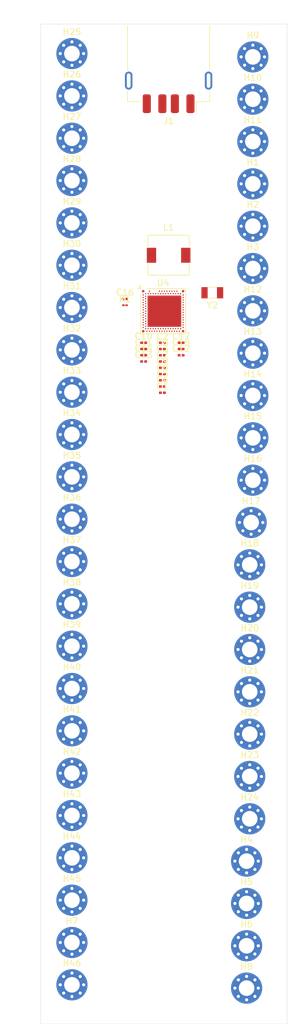
<source format=kicad_pcb>
(kicad_pcb (version 20241229) (generator "pcbnew") (generator_version "9.0")
  (layers (0 "F.Cu" signal) (4 "In1.Cu" signal) (6 "In2.Cu" signal) (2 "B.Cu" signal) (13 "F.Paste" user) (15 "B.Paste" user) (5 "F.SilkS" user "F.Silkscreen") (7 "B.SilkS" user "B.Silkscreen") (1 "F.Mask" user) (3 "B.Mask" user) (25 "Edge.Cuts" user))
  (net 0 "")
  (net 1 "VDD")
  (net 2 "GND")
  (net 3 "Net-(U4-DECD)")
  (net 4 "Net-(U4-NFC1{slash}P0.02)")
  (net 5 "Net-(U4-DECR)")
  (net 6 "magic")
  (net 7 "Net-(U4-ANT)")
  (net 8 "Net-(U4-MISO{slash}TRACEDATA1{slash}P0.10)")
  (net 9 "Net-(U4-XL1{slash}P0.00)")
  (net 10 "Net-(U4-XL2{slash}P0.01)")
  (net 11 "Net-(U4-AIN0{slash}P0.04)")
  (net 12 "Net-(U4-AIN1{slash}P0.05)")
  (net 13 "Net-(U4-AIN2{slash}P0.06)")
  (net 14 "Net-(U4-AIN3{slash}P0.07)")
  (net 15 "Net-(U4-SCK{slash}TRACEDATA3{slash}P0.08)")
  (net 16 "Net-(U4-MOSI{slash}TRACEDATA2{slash}P0.09)")
  (net 17 "Net-(U4-P1.00)")
  (net 18 "Net-(U4-CSN{slash}TRACEDATA0{slash}P0.11)")
  (net 19 "Net-(U4-DCX{slash}TRACECLK{slash}P0.12)")
  (net 20 "Net-(U4-IO0{slash}P0.13)")
  (net 21 "Net-(U4-IO1{slash}P0.14)")
  (net 22 "Net-(U4-IO2{slash}P0.15)")
  (net 23 "Net-(U4-IO3{slash}P0.16)")
  (net 24 "Net-(U4-SCK{slash}P0.17)")
  (net 25 "Net-(U4-CSN{slash}P0.18)")
  (net 26 "Net-(U4-P0.19)")
  (net 27 "Net-(U4-P0.20)")
  (net 28 "Net-(U4-P0.21)")
  (net 29 "Net-(U4-P0.22)")
  (net 30 "Net-(U4-P0.23)")
  (net 31 "Net-(U4-P0.24)")
  (net 32 "Net-(U4-AIN4{slash}P0.25)")
  (net 33 "Net-(U4-AIN5{slash}P0.26)")
  (net 34 "Net-(U4-AIN6{slash}P0.27)")
  (net 35 "Net-(U4-AIN7{slash}P0.28)")
  (net 36 "Net-(U4-P0.29)")
  (net 37 "Net-(U4-P0.30)")
  (net 38 "Net-(U4-P0.31)")
  (net 39 "Net-(U4-P1.01)")
  (net 40 "Net-(U4-TWI{slash}P1.02)")
  (net 41 "Net-(U4-TWI{slash}P1.03)")
  (net 42 "Net-(U4-P1.04)")
  (net 43 "Net-(U4-P1.05)")
  (net 44 "Net-(U4-P1.06)")
  (net 45 "Net-(U4-P1.07)")
  (net 46 "Net-(U4-P1.08)")
  (net 47 "Net-(U4-P1.09)")
  (net 48 "Net-(U4-P1.10)")
  (net 49 "Net-(U4-P1.11)")
  (net 50 "Net-(U4-P1.12)")
  (net 51 "Net-(U4-P1.13)")
  (net 52 "Net-(U4-P1.14)")
  (net 53 "Net-(U4-P1.15)")
  (net 57 "Net-(J1-D-)")
  (net 58 "Net-(J1-D+)")
  (net 60 "+5VD")
  (net 67 "Net-(U4-XC1)")
  (net 81 "Net-(U4-XC2)")
  (footprint "MountingHole:MountingHole_2.5mm_Pad_Via" (layer "F.Cu") (at 99.5 133.783637)
    (property "Reference" "H38" (at 0 -3.45 0) (layer "F.SilkS"))
    (property "Value" "MountingHole_Pad")
    (pad "1" thru_hole circle (at -1.875 0) (size 0.8 0.8) (drill 0.5) (layers "*.Cu" "*.Mask") (net 45 "Net-(U4-P1.07)"))
    (pad "1" thru_hole circle (at -1.325825 -1.325825) (size 0.8 0.8) (drill 0.5) (layers "*.Cu" "*.Mask") (net 45 "Net-(U4-P1.07)"))
    (pad "1" thru_hole circle (at -1.325825 1.325825) (size 0.8 0.8) (drill 0.5) (layers "*.Cu" "*.Mask") (net 45 "Net-(U4-P1.07)"))
    (pad "1" thru_hole circle (at 0 -1.875) (size 0.8 0.8) (drill 0.5) (layers "*.Cu" "*.Mask") (net 45 "Net-(U4-P1.07)"))
    (pad "1" thru_hole circle (at 0 0) (size 5 5) (drill 2.5) (layers "*.Cu" "*.Mask") (net 45 "Net-(U4-P1.07)"))
    (pad "1" thru_hole circle (at 0 1.875) (size 0.8 0.8) (drill 0.5) (layers "*.Cu" "*.Mask") (net 45 "Net-(U4-P1.07)"))
    (pad "1" thru_hole circle (at 1.325825 -1.325825) (size 0.8 0.8) (drill 0.5) (layers "*.Cu" "*.Mask") (net 45 "Net-(U4-P1.07)"))
    (pad "1" thru_hole circle (at 1.325825 1.325825) (size 0.8 0.8) (drill 0.5) (layers "*.Cu" "*.Mask") (net 45 "Net-(U4-P1.07)"))
    (pad "1" thru_hole circle (at 1.875 0) (size 0.8 0.8) (drill 0.5) (layers "*.Cu" "*.Mask") (net 45 "Net-(U4-P1.07)"))
  )
  (footprint "MountingHole:MountingHole_2.5mm_Pad_Via" (layer "F.Cu") (at 99.5 93.141819)
    (property "Reference" "H32" (at 0 -3.45 0) (layer "F.SilkS"))
    (property "Value" "MountingHole_Pad")
    (pad "1" thru_hole circle (at -1.875 0) (size 0.8 0.8) (drill 0.5) (layers "*.Cu" "*.Mask") (net 39 "Net-(U4-P1.01)"))
    (pad "1" thru_hole circle (at -1.325825 -1.325825) (size 0.8 0.8) (drill 0.5) (layers "*.Cu" "*.Mask") (net 39 "Net-(U4-P1.01)"))
    (pad "1" thru_hole circle (at -1.325825 1.325825) (size 0.8 0.8) (drill 0.5) (layers "*.Cu" "*.Mask") (net 39 "Net-(U4-P1.01)"))
    (pad "1" thru_hole circle (at 0 -1.875) (size 0.8 0.8) (drill 0.5) (layers "*.Cu" "*.Mask") (net 39 "Net-(U4-P1.01)"))
    (pad "1" thru_hole circle (at 0 0) (size 5 5) (drill 2.5) (layers "*.Cu" "*.Mask") (net 39 "Net-(U4-P1.01)"))
    (pad "1" thru_hole circle (at 0 1.875) (size 0.8 0.8) (drill 0.5) (layers "*.Cu" "*.Mask") (net 39 "Net-(U4-P1.01)"))
    (pad "1" thru_hole circle (at 1.325825 -1.325825) (size 0.8 0.8) (drill 0.5) (layers "*.Cu" "*.Mask") (net 39 "Net-(U4-P1.01)"))
    (pad "1" thru_hole circle (at 1.325825 1.325825) (size 0.8 0.8) (drill 0.5) (layers "*.Cu" "*.Mask") (net 39 "Net-(U4-P1.01)"))
    (pad "1" thru_hole circle (at 1.875 0) (size 0.8 0.8) (drill 0.5) (layers "*.Cu" "*.Mask") (net 39 "Net-(U4-P1.01)"))
  )
  (footprint "MountingHole:MountingHole_2.5mm_Pad_Via" (layer "F.Cu") (at 99.5 45.726364)
    (property "Reference" "H25" (at 0 -3.45 0) (layer "F.SilkS"))
    (property "Value" "MountingHole_Pad")
    (pad "1" thru_hole circle (at -1.875 0) (size 0.8 0.8) (drill 0.5) (layers "*.Cu" "*.Mask") (net 32 "Net-(U4-AIN4{slash}P0.25)"))
    (pad "1" thru_hole circle (at -1.325825 -1.325825) (size 0.8 0.8) (drill 0.5) (layers "*.Cu" "*.Mask") (net 32 "Net-(U4-AIN4{slash}P0.25)"))
    (pad "1" thru_hole circle (at -1.325825 1.325825) (size 0.8 0.8) (drill 0.5) (layers "*.Cu" "*.Mask") (net 32 "Net-(U4-AIN4{slash}P0.25)"))
    (pad "1" thru_hole circle (at 0 -1.875) (size 0.8 0.8) (drill 0.5) (layers "*.Cu" "*.Mask") (net 32 "Net-(U4-AIN4{slash}P0.25)"))
    (pad "1" thru_hole circle (at 0 0) (size 5 5) (drill 2.5) (layers "*.Cu" "*.Mask") (net 32 "Net-(U4-AIN4{slash}P0.25)"))
    (pad "1" thru_hole circle (at 0 1.875) (size 0.8 0.8) (drill 0.5) (layers "*.Cu" "*.Mask") (net 32 "Net-(U4-AIN4{slash}P0.25)"))
    (pad "1" thru_hole circle (at 1.325825 -1.325825) (size 0.8 0.8) (drill 0.5) (layers "*.Cu" "*.Mask") (net 32 "Net-(U4-AIN4{slash}P0.25)"))
    (pad "1" thru_hole circle (at 1.325825 1.325825) (size 0.8 0.8) (drill 0.5) (layers "*.Cu" "*.Mask") (net 32 "Net-(U4-AIN4{slash}P0.25)"))
    (pad "1" thru_hole circle (at 1.875 0) (size 0.8 0.8) (drill 0.5) (layers "*.Cu" "*.Mask") (net 32 "Net-(U4-AIN4{slash}P0.25)"))
  )
  (footprint "MountingHole:MountingHole_2.5mm_Pad_Via" (layer "F.Cu") (at 128 154.631818)
    (property "Reference" "H22" (at 0 -3.45 0) (layer "F.SilkS"))
    (property "Value" "MountingHole_Pad")
    (pad "1" thru_hole circle (at -1.875 0) (size 0.8 0.8) (drill 0.5) (layers "*.Cu" "*.Mask") (net 29 "Net-(U4-P0.22)"))
    (pad "1" thru_hole circle (at -1.325825 -1.325825) (size 0.8 0.8) (drill 0.5) (layers "*.Cu" "*.Mask") (net 29 "Net-(U4-P0.22)"))
    (pad "1" thru_hole circle (at -1.325825 1.325825) (size 0.8 0.8) (drill 0.5) (layers "*.Cu" "*.Mask") (net 29 "Net-(U4-P0.22)"))
    (pad "1" thru_hole circle (at 0 -1.875) (size 0.8 0.8) (drill 0.5) (layers "*.Cu" "*.Mask") (net 29 "Net-(U4-P0.22)"))
    (pad "1" thru_hole circle (at 0 0) (size 5 5) (drill 2.5) (layers "*.Cu" "*.Mask") (net 29 "Net-(U4-P0.22)"))
    (pad "1" thru_hole circle (at 0 1.875) (size 0.8 0.8) (drill 0.5) (layers "*.Cu" "*.Mask") (net 29 "Net-(U4-P0.22)"))
    (pad "1" thru_hole circle (at 1.325825 -1.325825) (size 0.8 0.8) (drill 0.5) (layers "*.Cu" "*.Mask") (net 29 "Net-(U4-P0.22)"))
    (pad "1" thru_hole circle (at 1.325825 1.325825) (size 0.8 0.8) (drill 0.5) (layers "*.Cu" "*.Mask") (net 29 "Net-(U4-P0.22)"))
    (pad "1" thru_hole circle (at 1.875 0) (size 0.8 0.8) (drill 0.5) (layers "*.Cu" "*.Mask") (net 29 "Net-(U4-P0.22)"))
  )
  (footprint "MountingHole:MountingHole_2.5mm_Pad_Via" (layer "F.Cu") (at 128.5 113.99)
    (property "Reference" "H16" (at 0 -3.45 0) (layer "F.SilkS"))
    (property "Value" "MountingHole_Pad")
    (pad "1" thru_hole circle (at -1.875 0) (size 0.8 0.8) (drill 0.5) (layers "*.Cu" "*.Mask") (net 23 "Net-(U4-IO3{slash}P0.16)"))
    (pad "1" thru_hole circle (at -1.325825 -1.325825) (size 0.8 0.8) (drill 0.5) (layers "*.Cu" "*.Mask") (net 23 "Net-(U4-IO3{slash}P0.16)"))
    (pad "1" thru_hole circle (at -1.325825 1.325825) (size 0.8 0.8) (drill 0.5) (layers "*.Cu" "*.Mask") (net 23 "Net-(U4-IO3{slash}P0.16)"))
    (pad "1" thru_hole circle (at 0 -1.875) (size 0.8 0.8) (drill 0.5) (layers "*.Cu" "*.Mask") (net 23 "Net-(U4-IO3{slash}P0.16)"))
    (pad "1" thru_hole circle (at 0 0) (size 5 5) (drill 2.5) (layers "*.Cu" "*.Mask") (net 23 "Net-(U4-IO3{slash}P0.16)"))
    (pad "1" thru_hole circle (at 0 1.875) (size 0.8 0.8) (drill 0.5) (layers "*.Cu" "*.Mask") (net 23 "Net-(U4-IO3{slash}P0.16)"))
    (pad "1" thru_hole circle (at 1.325825 -1.325825) (size 0.8 0.8) (drill 0.5) (layers "*.Cu" "*.Mask") (net 23 "Net-(U4-IO3{slash}P0.16)"))
    (pad "1" thru_hole circle (at 1.325825 1.325825) (size 0.8 0.8) (drill 0.5) (layers "*.Cu" "*.Mask") (net 23 "Net-(U4-IO3{slash}P0.16)"))
    (pad "1" thru_hole circle (at 1.875 0) (size 0.8 0.8) (drill 0.5) (layers "*.Cu" "*.Mask") (net 23 "Net-(U4-IO3{slash}P0.16)"))
  )
  (footprint "Capacitor_SMD:C_0201_0603Metric" (layer "F.Cu") (at 117 92)
    (property "Reference" "C17" (at 0 -1.05 0) (layer "F.SilkS"))
    (property "Value" "0.7F")
    (pad "1" smd roundrect (at -0.32 0) (size 0.46 0.4) (layers "F.Cu" "F.Mask") (net 7 "Net-(U4-ANT)"))
    (pad "2" smd roundrect (at 0.32 0) (size 0.46 0.4) (layers "F.Cu" "F.Mask") (net 2 "GND"))
  )
  (footprint "Capacitor_SMD:C_0201_0603Metric" (layer "F.Cu") (at 114 100)
    (property "Reference" "C1" (at 0 -1.05 0) (layer "F.SilkS"))
    (property "Value" "1nF")
    (pad "1" smd roundrect (at -0.32 0) (size 0.46 0.4) (layers "F.Cu" "F.Mask") (net 2 "GND"))
    (pad "2" smd roundrect (at 0.32 0) (size 0.46 0.4) (layers "F.Cu" "F.Mask") (net 1 "VDD"))
  )
  (footprint "MountingHole:MountingHole_2.5mm_Pad_Via" (layer "F.Cu") (at 128.5 59.800909)
    (property "Reference" "H11" (at 0 -3.45 0) (layer "F.SilkS"))
    (property "Value" "MountingHole_Pad")
    (pad "1" thru_hole circle (at -1.875 0) (size 0.8 0.8) (drill 0.5) (layers "*.Cu" "*.Mask") (net 18 "Net-(U4-CSN{slash}TRACEDATA0{slash}P0.11)"))
    (pad "1" thru_hole circle (at -1.325825 -1.325825) (size 0.8 0.8) (drill 0.5) (layers "*.Cu" "*.Mask") (net 18 "Net-(U4-CSN{slash}TRACEDATA0{slash}P0.11)"))
    (pad "1" thru_hole circle (at -1.325825 1.325825) (size 0.8 0.8) (drill 0.5) (layers "*.Cu" "*.Mask") (net 18 "Net-(U4-CSN{slash}TRACEDATA0{slash}P0.11)"))
    (pad "1" thru_hole circle (at 0 -1.875) (size 0.8 0.8) (drill 0.5) (layers "*.Cu" "*.Mask") (net 18 "Net-(U4-CSN{slash}TRACEDATA0{slash}P0.11)"))
    (pad "1" thru_hole circle (at 0 0) (size 5 5) (drill 2.5) (layers "*.Cu" "*.Mask") (net 18 "Net-(U4-CSN{slash}TRACEDATA0{slash}P0.11)"))
    (pad "1" thru_hole circle (at 0 1.875) (size 0.8 0.8) (drill 0.5) (layers "*.Cu" "*.Mask") (net 18 "Net-(U4-CSN{slash}TRACEDATA0{slash}P0.11)"))
    (pad "1" thru_hole circle (at 1.325825 -1.325825) (size 0.8 0.8) (drill 0.5) (layers "*.Cu" "*.Mask") (net 18 "Net-(U4-CSN{slash}TRACEDATA0{slash}P0.11)"))
    (pad "1" thru_hole circle (at 1.325825 1.325825) (size 0.8 0.8) (drill 0.5) (layers "*.Cu" "*.Mask") (net 18 "Net-(U4-CSN{slash}TRACEDATA0{slash}P0.11)"))
    (pad "1" thru_hole circle (at 1.875 0) (size 0.8 0.8) (drill 0.5) (layers "*.Cu" "*.Mask") (net 18 "Net-(U4-CSN{slash}TRACEDATA0{slash}P0.11)"))
  )
  (footprint "MountingHole:MountingHole_2.5mm_Pad_Via" (layer "F.Cu") (at 128 168.179091)
    (property "Reference" "H24" (at 0 -3.45 0) (layer "F.SilkS"))
    (property "Value" "MountingHole_Pad")
    (pad "1" thru_hole circle (at -1.875 0) (size 0.8 0.8) (drill 0.5) (layers "*.Cu" "*.Mask") (net 31 "Net-(U4-P0.24)"))
    (pad "1" thru_hole circle (at -1.325825 -1.325825) (size 0.8 0.8) (drill 0.5) (layers "*.Cu" "*.Mask") (net 31 "Net-(U4-P0.24)"))
    (pad "1" thru_hole circle (at -1.325825 1.325825) (size 0.8 0.8) (drill 0.5) (layers "*.Cu" "*.Mask") (net 31 "Net-(U4-P0.24)"))
    (pad "1" thru_hole circle (at 0 -1.875) (size 0.8 0.8) (drill 0.5) (layers "*.Cu" "*.Mask") (net 31 "Net-(U4-P0.24)"))
    (pad "1" thru_hole circle (at 0 0) (size 5 5) (drill 2.5) (layers "*.Cu" "*.Mask") (net 31 "Net-(U4-P0.24)"))
    (pad "1" thru_hole circle (at 0 1.875) (size 0.8 0.8) (drill 0.5) (layers "*.Cu" "*.Mask") (net 31 "Net-(U4-P0.24)"))
    (pad "1" thru_hole circle (at 1.325825 -1.325825) (size 0.8 0.8) (drill 0.5) (layers "*.Cu" "*.Mask") (net 31 "Net-(U4-P0.24)"))
    (pad "1" thru_hole circle (at 1.325825 1.325825) (size 0.8 0.8) (drill 0.5) (layers "*.Cu" "*.Mask") (net 31 "Net-(U4-P0.24)"))
    (pad "1" thru_hole circle (at 1.875 0) (size 0.8 0.8) (drill 0.5) (layers "*.Cu" "*.Mask") (net 31 "Net-(U4-P0.24)"))
  )
  (footprint "Capacitor_SMD:C_0201_0603Metric" (layer "F.Cu") (at 114 99)
    (property "Reference" "C4" (at 0 -1.05 0) (layer "F.SilkS"))
    (property "Value" "1nF")
    (pad "1" smd roundrect (at -0.32 0) (size 0.46 0.4) (layers "F.Cu" "F.Mask") (net 2 "GND"))
    (pad "2" smd roundrect (at 0.32 0) (size 0.46 0.4) (layers "F.Cu" "F.Mask") (net 1 "VDD"))
  )
  (footprint "MountingHole:MountingHole_2.5mm_Pad_Via" (layer "F.Cu") (at 99.5 72.820909)
    (property "Reference" "H29" (at 0 -3.45 0) (layer "F.SilkS"))
    (property "Value" "MountingHole_Pad")
    (pad "1" thru_hole circle (at -1.875 0) (size 0.8 0.8) (drill 0.5) (layers "*.Cu" "*.Mask") (net 36 "Net-(U4-P0.29)"))
    (pad "1" thru_hole circle (at -1.325825 -1.325825) (size 0.8 0.8) (drill 0.5) (layers "*.Cu" "*.Mask") (net 36 "Net-(U4-P0.29)"))
    (pad "1" thru_hole circle (at -1.325825 1.325825) (size 0.8 0.8) (drill 0.5) (layers "*.Cu" "*.Mask") (net 36 "Net-(U4-P0.29)"))
    (pad "1" thru_hole circle (at 0 -1.875) (size 0.8 0.8) (drill 0.5) (layers "*.Cu" "*.Mask") (net 36 "Net-(U4-P0.29)"))
    (pad "1" thru_hole circle (at 0 0) (size 5 5) (drill 2.5) (layers "*.Cu" "*.Mask") (net 36 "Net-(U4-P0.29)"))
    (pad "1" thru_hole circle (at 0 1.875) (size 0.8 0.8) (drill 0.5) (layers "*.Cu" "*.Mask") (net 36 "Net-(U4-P0.29)"))
    (pad "1" thru_hole circle (at 1.325825 -1.325825) (size 0.8 0.8) (drill 0.5) (layers "*.Cu" "*.Mask") (net 36 "Net-(U4-P0.29)"))
    (pad "1" thru_hole circle (at 1.325825 1.325825) (size 0.8 0.8) (drill 0.5) (layers "*.Cu" "*.Mask") (net 36 "Net-(U4-P0.29)"))
    (pad "1" thru_hole circle (at 1.875 0) (size 0.8 0.8) (drill 0.5) (layers "*.Cu" "*.Mask") (net 36 "Net-(U4-P0.29)"))
  )
  (footprint "Capacitor_SMD:C_0201_0603Metric" (layer "F.Cu") (at 114 94)
    (property "Reference" "C3" (at 0 -1.05 0) (layer "F.SilkS"))
    (property "Value" "1nF")
    (pad "1" smd roundrect (at -0.32 0) (size 0.46 0.4) (layers "F.Cu" "F.Mask") (net 2 "GND"))
    (pad "2" smd roundrect (at 0.32 0) (size 0.46 0.4) (layers "F.Cu" "F.Mask") (net 1 "VDD"))
  )
  (footprint "Capacitor_SMD:C_0201_0603Metric" (layer "F.Cu") (at 117 93)
    (property "Reference" "C15" (at 0 -1.05 0) (layer "F.SilkS"))
    (property "Value" "2.2nF")
    (pad "1" smd roundrect (at -0.32 0) (size 0.46 0.4) (layers "F.Cu" "F.Mask") (net 5 "Net-(U4-DECR)"))
    (pad "2" smd roundrect (at 0.32 0) (size 0.46 0.4) (layers "F.Cu" "F.Mask") (net 2 "GND"))
  )
  (footprint "MountingHole:MountingHole_2.5mm_Pad_Via" (layer "F.Cu") (at 99.5 160.878182)
    (property "Reference" "H42" (at 0 -3.45 0) (layer "F.SilkS"))
    (property "Value" "MountingHole_Pad")
    (pad "1" thru_hole circle (at -1.875 0) (size 0.8 0.8) (drill 0.5) (layers "*.Cu" "*.Mask") (net 49 "Net-(U4-P1.11)"))
    (pad "1" thru_hole circle (at -1.325825 -1.325825) (size 0.8 0.8) (drill 0.5) (layers "*.Cu" "*.Mask") (net 49 "Net-(U4-P1.11)"))
    (pad "1" thru_hole circle (at -1.325825 1.325825) (size 0.8 0.8) (drill 0.5) (layers "*.Cu" "*.Mask") (net 49 "Net-(U4-P1.11)"))
    (pad "1" thru_hole circle (at 0 -1.875) (size 0.8 0.8) (drill 0.5) (layers "*.Cu" "*.Mask") (net 49 "Net-(U4-P1.11)"))
    (pad "1" thru_hole circle (at 0 0) (size 5 5) (drill 2.5) (layers "*.Cu" "*.Mask") (net 49 "Net-(U4-P1.11)"))
    (pad "1" thru_hole circle (at 0 1.875) (size 0.8 0.8) (drill 0.5) (layers "*.Cu" "*.Mask") (net 49 "Net-(U4-P1.11)"))
    (pad "1" thru_hole circle (at 1.325825 -1.325825) (size 0.8 0.8) (drill 0.5) (layers "*.Cu" "*.Mask") (net 49 "Net-(U4-P1.11)"))
    (pad "1" thru_hole circle (at 1.325825 1.325825) (size 0.8 0.8) (drill 0.5) (layers "*.Cu" "*.Mask") (net 49 "Net-(U4-P1.11)"))
    (pad "1" thru_hole circle (at 1.875 0) (size 0.8 0.8) (drill 0.5) (layers "*.Cu" "*.Mask") (net 49 "Net-(U4-P1.11)"))
  )
  (footprint "Capacitor_SMD:C_0201_0603Metric" (layer "F.Cu") (at 111 93)
    (property "Reference" "C11" (at 0 -1.05 0) (layer "F.SilkS"))
    (property "Value" "2.93")
    (pad "1" smd roundrect (at -0.32 0) (size 0.46 0.4) (layers "F.Cu" "F.Mask") (net 2 "GND"))
    (pad "2" smd roundrect (at 0.32 0) (size 0.46 0.4) (layers "F.Cu" "F.Mask") (net 4 "Net-(U4-NFC1{slash}P0.02)"))
  )
  (footprint "MountingHole:MountingHole_2.5mm_Pad_Via" (layer "F.Cu") (at 128.5 80.121818)
    (property "Reference" "H3" (at 0 -3.45 0) (layer "F.SilkS"))
    (property "Value" "MountingHole_Pad")
    (pad "1" thru_hole circle (at -1.875 0) (size 0.8 0.8) (drill 0.5) (layers "*.Cu" "*.Mask") (net 10 "Net-(U4-XL2{slash}P0.01)"))
    (pad "1" thru_hole circle (at -1.325825 -1.325825) (size 0.8 0.8) (drill 0.5) (layers "*.Cu" "*.Mask") (net 10 "Net-(U4-XL2{slash}P0.01)"))
    (pad "1" thru_hole circle (at -1.325825 1.325825) (size 0.8 0.8) (drill 0.5) (layers "*.Cu" "*.Mask") (net 10 "Net-(U4-XL2{slash}P0.01)"))
    (pad "1" thru_hole circle (at 0 -1.875) (size 0.8 0.8) (drill 0.5) (layers "*.Cu" "*.Mask") (net 10 "Net-(U4-XL2{slash}P0.01)"))
    (pad "1" thru_hole circle (at 0 0) (size 5 5) (drill 2.5) (layers "*.Cu" "*.Mask") (net 10 "Net-(U4-XL2{slash}P0.01)"))
    (pad "1" thru_hole circle (at 0 1.875) (size 0.8 0.8) (drill 0.5) (layers "*.Cu" "*.Mask") (net 10 "Net-(U4-XL2{slash}P0.01)"))
    (pad "1" thru_hole circle (at 1.325825 -1.325825) (size 0.8 0.8) (drill 0.5) (layers "*.Cu" "*.Mask") (net 10 "Net-(U4-XL2{slash}P0.01)"))
    (pad "1" thru_hole circle (at 1.325825 1.325825) (size 0.8 0.8) (drill 0.5) (layers "*.Cu" "*.Mask") (net 10 "Net-(U4-XL2{slash}P0.01)"))
    (pad "1" thru_hole circle (at 1.875 0) (size 0.8 0.8) (drill 0.5) (layers "*.Cu" "*.Mask") (net 10 "Net-(U4-XL2{slash}P0.01)"))
  )
  (footprint "MountingHole:MountingHole_2.5mm_Pad_Via" (layer "F.Cu") (at 128.5 66.574545)
    (property "Reference" "H1" (at 0 -3.45 0) (layer "F.SilkS"))
    (property "Value" "MountingHole_Pad")
    (pad "1" thru_hole circle (at -1.875 0) (size 0.8 0.8) (drill 0.5) (layers "*.Cu" "*.Mask") (net 8 "Net-(U4-MISO{slash}TRACEDATA1{slash}P0.10)"))
    (pad "1" thru_hole circle (at -1.325825 -1.325825) (size 0.8 0.8) (drill 0.5) (layers "*.Cu" "*.Mask") (net 8 "Net-(U4-MISO{slash}TRACEDATA1{slash}P0.10)"))
    (pad "1" thru_hole circle (at -1.325825 1.325825) (size 0.8 0.8) (drill 0.5) (layers "*.Cu" "*.Mask") (net 8 "Net-(U4-MISO{slash}TRACEDATA1{slash}P0.10)"))
    (pad "1" thru_hole circle (at 0 -1.875) (size 0.8 0.8) (drill 0.5) (layers "*.Cu" "*.Mask") (net 8 "Net-(U4-MISO{slash}TRACEDATA1{slash}P0.10)"))
    (pad "1" thru_hole circle (at 0 0) (size 5 5) (drill 2.5) (layers "*.Cu" "*.Mask") (net 8 "Net-(U4-MISO{slash}TRACEDATA1{slash}P0.10)"))
    (pad "1" thru_hole circle (at 0 1.875) (size 0.8 0.8) (drill 0.5) (layers "*.Cu" "*.Mask") (net 8 "Net-(U4-MISO{slash}TRACEDATA1{slash}P0.10)"))
    (pad "1" thru_hole circle (at 1.325825 -1.325825) (size 0.8 0.8) (drill 0.5) (layers "*.Cu" "*.Mask") (net 8 "Net-(U4-MISO{slash}TRACEDATA1{slash}P0.10)"))
    (pad "1" thru_hole circle (at 1.325825 1.325825) (size 0.8 0.8) (drill 0.5) (layers "*.Cu" "*.Mask") (net 8 "Net-(U4-MISO{slash}TRACEDATA1{slash}P0.10)"))
    (pad "1" thru_hole circle (at 1.875 0) (size 0.8 0.8) (drill 0.5) (layers "*.Cu" "*.Mask") (net 8 "Net-(U4-MISO{slash}TRACEDATA1{slash}P0.10)"))
  )
  (footprint "Capacitor_SMD:C_0201_0603Metric" (layer "F.Cu") (at 114 92)
    (property "Reference" "C2" (at 0 -1.05 0) (layer "F.SilkS"))
    (property "Value" "1nF")
    (pad "1" smd roundrect (at -0.32 0) (size 0.46 0.4) (layers "F.Cu" "F.Mask") (net 2 "GND"))
    (pad "2" smd roundrect (at 0.32 0) (size 0.46 0.4) (layers "F.Cu" "F.Mask") (net 1 "VDD"))
  )
  (footprint "Inductor_SMD:L_6.3x6.3_H3" (layer "F.Cu") (at 115 78)
    (property "Reference" "L1" (at 0 -4.45 0) (layer "F.SilkS"))
    (property "Value" "L")
    (pad "1" smd rect (at -2.75 0) (size 1.5 2.4) (layers "F.Cu" "F.Mask" "F.Paste"))
    (pad "2" smd rect (at 2.75 0) (size 1.5 2.4) (layers "F.Cu" "F.Mask" "F.Paste") (net 7 "Net-(U4-ANT)"))
  )
  (footprint "MountingHole:MountingHole_2.5mm_Pad_Via" (layer "F.Cu") (at 99.5 187.972728)
    (property "Reference" "H7" (at 0 -3.45 0) (layer "F.SilkS"))
    (property "Value" "MountingHole_Pad")
    (pad "1" thru_hole circle (at -1.875 0) (size 0.8 0.8) (drill 0.5) (layers "*.Cu" "*.Mask") (net 14 "Net-(U4-AIN3{slash}P0.07)"))
    (pad "1" thru_hole circle (at -1.325825 -1.325825) (size 0.8 0.8) (drill 0.5) (layers "*.Cu" "*.Mask") (net 14 "Net-(U4-AIN3{slash}P0.07)"))
    (pad "1" thru_hole circle (at -1.325825 1.325825) (size 0.8 0.8) (drill 0.5) (layers "*.Cu" "*.Mask") (net 14 "Net-(U4-AIN3{slash}P0.07)"))
    (pad "1" thru_hole circle (at 0 -1.875) (size 0.8 0.8) (drill 0.5) (layers "*.Cu" "*.Mask") (net 14 "Net-(U4-AIN3{slash}P0.07)"))
    (pad "1" thru_hole circle (at 0 0) (size 5 5) (drill 2.5) (layers "*.Cu" "*.Mask") (net 14 "Net-(U4-AIN3{slash}P0.07)"))
    (pad "1" thru_hole circle (at 0 1.875) (size 0.8 0.8) (drill 0.5) (layers "*.Cu" "*.Mask") (net 14 "Net-(U4-AIN3{slash}P0.07)"))
    (pad "1" thru_hole circle (at 1.325825 -1.325825) (size 0.8 0.8) (drill 0.5) (layers "*.Cu" "*.Mask") (net 14 "Net-(U4-AIN3{slash}P0.07)"))
    (pad "1" thru_hole circle (at 1.325825 1.325825) (size 0.8 0.8) (drill 0.5) (layers "*.Cu" "*.Mask") (net 14 "Net-(U4-AIN3{slash}P0.07)"))
    (pad "1" thru_hole circle (at 1.875 0) (size 0.8 0.8) (drill 0.5) (layers "*.Cu" "*.Mask") (net 14 "Net-(U4-AIN3{slash}P0.07)"))
  )
  (footprint "Capacitor_SMD:C_0201_0603Metric" (layer "F.Cu") (at 111 94)
    (property "Reference" "C14" (at 0 -1.05 0) (layer "F.SilkS"))
    (property "Value" "2.92")
    (pad "1" smd roundrect (at -0.32 0) (size 0.46 0.4) (layers "F.Cu" "F.Mask") (net 4 "Net-(U4-NFC1{slash}P0.02)"))
    (pad "2" smd roundrect (at 0.32 0) (size 0.46 0.4) (layers "F.Cu" "F.Mask") (net 2 "GND"))
  )
  (footprint "MountingHole:MountingHole_2.5mm_Pad_Via" (layer "F.Cu") (at 128.225 120.763636)
    (property "Reference" "H17" (at 0 -3.45 0) (layer "F.SilkS"))
    (property "Value" "MountingHole_Pad")
    (pad "1" thru_hole circle (at -1.875 0) (size 0.8 0.8) (drill 0.5) (layers "*.Cu" "*.Mask") (net 24 "Net-(U4-SCK{slash}P0.17)"))
    (pad "1" thru_hole circle (at -1.325825 -1.325825) (size 0.8 0.8) (drill 0.5) (layers "*.Cu" "*.Mask") (net 24 "Net-(U4-SCK{slash}P0.17)"))
    (pad "1" thru_hole circle (at -1.325825 1.325825) (size 0.8 0.8) (drill 0.5) (layers "*.Cu" "*.Mask") (net 24 "Net-(U4-SCK{slash}P0.17)"))
    (pad "1" thru_hole circle (at 0 -1.875) (size 0.8 0.8) (drill 0.5) (layers "*.Cu" "*.Mask") (net 24 "Net-(U4-SCK{slash}P0.17)"))
    (pad "1" thru_hole circle (at 0 0) (size 5 5) (drill 2.5) (layers "*.Cu" "*.Mask") (net 24 "Net-(U4-SCK{slash}P0.17)"))
    (pad "1" thru_hole circle (at 0 1.875) (size 0.8 0.8) (drill 0.5) (layers "*.Cu" "*.Mask") (net 24 "Net-(U4-SCK{slash}P0.17)"))
    (pad "1" thru_hole circle (at 1.325825 -1.325825) (size 0.8 0.8) (drill 0.5) (layers "*.Cu" "*.Mask") (net 24 "Net-(U4-SCK{slash}P0.17)"))
    (pad "1" thru_hole circle (at 1.325825 1.325825) (size 0.8 0.8) (drill 0.5) (layers "*.Cu" "*.Mask") (net 24 "Net-(U4-SCK{slash}P0.17)"))
    (pad "1" thru_hole circle (at 1.875 0) (size 0.8 0.8) (drill 0.5) (layers "*.Cu" "*.Mask") (net 24 "Net-(U4-SCK{slash}P0.17)"))
  )
  (footprint "Resistor_SMD:R_01005_0402Metric" (layer "F.Cu") (at 108 86)
    (property "Reference" "R1" (at 0 -1 0) (layer "F.SilkS"))
    (property "Value" "2R2")
    (pad "1" smd roundrect (at -0.25 0) (size 0.4 0.3) (layers "F.Cu" "F.Mask") (net 60 "+5VD"))
    (pad "2" smd roundrect (at 0.25 0) (size 0.4 0.3) (layers "F.Cu" "F.Mask") (net 6 "magic"))
  )
  (footprint "MountingHole:MountingHole_2.5mm_Pad_Via" (layer "F.Cu") (at 99.5 154.104546)
    (property "Reference" "H41" (at 0 -3.45 0) (layer "F.SilkS"))
    (property "Value" "MountingHole_Pad")
    (pad "1" thru_hole circle (at -1.875 0) (size 0.8 0.8) (drill 0.5) (layers "*.Cu" "*.Mask") (net 48 "Net-(U4-P1.10)"))
    (pad "1" thru_hole circle (at -1.325825 -1.325825) (size 0.8 0.8) (drill 0.5) (layers "*.Cu" "*.Mask") (net 48 "Net-(U4-P1.10)"))
    (pad "1" thru_hole circle (at -1.325825 1.325825) (size 0.8 0.8) (drill 0.5) (layers "*.Cu" "*.Mask") (net 48 "Net-(U4-P1.10)"))
    (pad "1" thru_hole circle (at 0 -1.875) (size 0.8 0.8) (drill 0.5) (layers "*.Cu" "*.Mask") (net 48 "Net-(U4-P1.10)"))
    (pad "1" thru_hole circle (at 0 0) (size 5 5) (drill 2.5) (layers "*.Cu" "*.Mask") (net 48 "Net-(U4-P1.10)"))
    (pad "1" thru_hole circle (at 0 1.875) (size 0.8 0.8) (drill 0.5) (layers "*.Cu" "*.Mask") (net 48 "Net-(U4-P1.10)"))
    (pad "1" thru_hole circle (at 1.325825 -1.325825) (size 0.8 0.8) (drill 0.5) (layers "*.Cu" "*.Mask") (net 48 "Net-(U4-P1.10)"))
    (pad "1" thru_hole circle (at 1.325825 1.325825) (size 0.8 0.8) (drill 0.5) (layers "*.Cu" "*.Mask") (net 48 "Net-(U4-P1.10)"))
    (pad "1" thru_hole circle (at 1.875 0) (size 0.8 0.8) (drill 0.5) (layers "*.Cu" "*.Mask") (net 48 "Net-(U4-P1.10)"))
  )
  (footprint "Capacitor_SMD:C_0201_0603Metric" (layer "F.Cu") (at 114 96)
    (property "Reference" "C9" (at 0 -1.05 0) (layer "F.SilkS"))
    (property "Value" "1nF")
    (pad "1" smd roundrect (at -0.32 0) (size 0.46 0.4) (layers "F.Cu" "F.Mask") (net 2 "GND"))
    (pad "2" smd roundrect (at 0.32 0) (size 0.46 0.4) (layers "F.Cu" "F.Mask") (net 3 "Net-(U4-DECD)"))
  )
  (footprint "MountingHole:MountingHole_2.5mm_Pad_Via" (layer "F.Cu") (at 128 161.405454)
    (property "Reference" "H23" (at 0 -3.45 0) (layer "F.SilkS"))
    (property "Value" "MountingHole_Pad")
    (pad "1" thru_hole circle (at -1.875 0) (size 0.8 0.8) (drill 0.5) (layers "*.Cu" "*.Mask") (net 30 "Net-(U4-P0.23)"))
    (pad "1" thru_hole circle (at -1.325825 -1.325825) (size 0.8 0.8) (drill 0.5) (layers "*.Cu" "*.Mask") (net 30 "Net-(U4-P0.23)"))
    (pad "1" thru_hole circle (at -1.325825 1.325825) (size 0.8 0.8) (drill 0.5) (layers "*.Cu" "*.Mask") (net 30 "Net-(U4-P0.23)"))
    (pad "1" thru_hole circle (at 0 -1.875) (size 0.8 0.8) (drill 0.5) (layers "*.Cu" "*.Mask") (net 30 "Net-(U4-P0.23)"))
    (pad "1" thru_hole circle (at 0 0) (size 5 5) (drill 2.5) (layers "*.Cu" "*.Mask") (net 30 "Net-(U4-P0.23)"))
    (pad "1" thru_hole circle (at 0 1.875) (size 0.8 0.8) (drill 0.5) (layers "*.Cu" "*.Mask") (net 30 "Net-(U4-P0.23)"))
    (pad "1" thru_hole circle (at 1.325825 -1.325825) (size 0.8 0.8) (drill 0.5) (layers "*.Cu" "*.Mask") (net 30 "Net-(U4-P0.23)"))
    (pad "1" thru_hole circle (at 1.325825 1.325825) (size 0.8 0.8) (drill 0.5) (layers "*.Cu" "*.Mask") (net 30 "Net-(U4-P0.23)"))
    (pad "1" thru_hole circle (at 1.875 0) (size 0.8 0.8) (drill 0.5) (layers "*.Cu" "*.Mask") (net 30 "Net-(U4-P0.23)"))
  )
  (footprint "MountingHole:MountingHole_2.5mm_Pad_Via" (layer "F.Cu") (at 99.5 79.594546)
    (property "Reference" "H30" (at 0 -3.45 0) (layer "F.SilkS"))
    (property "Value" "MountingHole_Pad")
    (pad "1" thru_hole circle (at -1.875 0) (size 0.8 0.8) (drill 0.5) (layers "*.Cu" "*.Mask") (net 37 "Net-(U4-P0.30)"))
    (pad "1" thru_hole circle (at -1.325825 -1.325825) (size 0.8 0.8) (drill 0.5) (layers "*.Cu" "*.Mask") (net 37 "Net-(U4-P0.30)"))
    (pad "1" thru_hole circle (at -1.325825 1.325825) (size 0.8 0.8) (drill 0.5) (layers "*.Cu" "*.Mask") (net 37 "Net-(U4-P0.30)"))
    (pad "1" thru_hole circle (at 0 -1.875) (size 0.8 0.8) (drill 0.5) (layers "*.Cu" "*.Mask") (net 37 "Net-(U4-P0.30)"))
    (pad "1" thru_hole circle (at 0 0) (size 5 5) (drill 2.5) (layers "*.Cu" "*.Mask") (net 37 "Net-(U4-P0.30)"))
    (pad "1" thru_hole circle (at 0 1.875) (size 0.8 0.8) (drill 0.5) (layers "*.Cu" "*.Mask") (net 37 "Net-(U4-P0.30)"))
    (pad "1" thru_hole circle (at 1.325825 -1.325825) (size 0.8 0.8) (drill 0.5) (layers "*.Cu" "*.Mask") (net 37 "Net-(U4-P0.30)"))
    (pad "1" thru_hole circle (at 1.325825 1.325825) (size 0.8 0.8) (drill 0.5) (layers "*.Cu" "*.Mask") (net 37 "Net-(U4-P0.30)"))
    (pad "1" thru_hole circle (at 1.875 0) (size 0.8 0.8) (drill 0.5) (layers "*.Cu" "*.Mask") (net 37 "Net-(U4-P0.30)"))
  )
  (footprint "MountingHole:MountingHole_2.5mm_Pad_Via" (layer "F.Cu") (at 99.5 59.273637)
    (property "Reference" "H27" (at 0 -3.45 0) (layer "F.SilkS"))
    (property "Value" "MountingHole_Pad")
    (pad "1" thru_hole circle (at -1.875 0) (size 0.8 0.8) (drill 0.5) (layers "*.Cu" "*.Mask") (net 34 "Net-(U4-AIN6{slash}P0.27)"))
    (pad "1" thru_hole circle (at -1.325825 -1.325825) (size 0.8 0.8) (drill 0.5) (layers "*.Cu" "*.Mask") (net 34 "Net-(U4-AIN6{slash}P0.27)"))
    (pad "1" thru_hole circle (at -1.325825 1.325825) (size 0.8 0.8) (drill 0.5) (layers "*.Cu" "*.Mask") (net 34 "Net-(U4-AIN6{slash}P0.27)"))
    (pad "1" thru_hole circle (at 0 -1.875) (size 0.8 0.8) (drill 0.5) (layers "*.Cu" "*.Mask") (net 34 "Net-(U4-AIN6{slash}P0.27)"))
    (pad "1" thru_hole circle (at 0 0) (size 5 5) (drill 2.5) (layers "*.Cu" "*.Mask") (net 34 "Net-(U4-AIN6{slash}P0.27)"))
    (pad "1" thru_hole circle (at 0 1.875) (size 0.8 0.8) (drill 0.5) (layers "*.Cu" "*.Mask") (net 34 "Net-(U4-AIN6{slash}P0.27)"))
    (pad "1" thru_hole circle (at 1.325825 -1.325825) (size 0.8 0.8) (drill 0.5) (layers "*.Cu" "*.Mask") (net 34 "Net-(U4-AIN6{slash}P0.27)"))
    (pad "1" thru_hole circle (at 1.325825 1.325825) (size 0.8 0.8) (drill 0.5) (layers "*.Cu" "*.Mask") (net 34 "Net-(U4-AIN6{slash}P0.27)"))
    (pad "1" thru_hole circle (at 1.875 0) (size 0.8 0.8) (drill 0.5) (layers "*.Cu" "*.Mask") (net 34 "Net-(U4-AIN6{slash}P0.27)"))
  )
  (footprint "MountingHole:MountingHole_2.5mm_Pad_Via" (layer "F.Cu") (at 128 141.084545)
    (property "Reference" "H20" (at 0 -3.45 0) (layer "F.SilkS"))
    (property "Value" "MountingHole_Pad")
    (pad "1" thru_hole circle (at -1.875 0) (size 0.8 0.8) (drill 0.5) (layers "*.Cu" "*.Mask") (net 27 "Net-(U4-P0.20)"))
    (pad "1" thru_hole circle (at -1.325825 -1.325825) (size 0.8 0.8) (drill 0.5) (layers "*.Cu" "*.Mask") (net 27 "Net-(U4-P0.20)"))
    (pad "1" thru_hole circle (at -1.325825 1.325825) (size 0.8 0.8) (drill 0.5) (layers "*.Cu" "*.Mask") (net 27 "Net-(U4-P0.20)"))
    (pad "1" thru_hole circle (at 0 -1.875) (size 0.8 0.8) (drill 0.5) (layers "*.Cu" "*.Mask") (net 27 "Net-(U4-P0.20)"))
    (pad "1" thru_hole circle (at 0 0) (size 5 5) (drill 2.5) (layers "*.Cu" "*.Mask") (net 27 "Net-(U4-P0.20)"))
    (pad "1" thru_hole circle (at 0 1.875) (size 0.8 0.8) (drill 0.5) (layers "*.Cu" "*.Mask") (net 27 "Net-(U4-P0.20)"))
    (pad "1" thru_hole circle (at 1.325825 -1.325825) (size 0.8 0.8) (drill 0.5) (layers "*.Cu" "*.Mask") (net 27 "Net-(U4-P0.20)"))
    (pad "1" thru_hole circle (at 1.325825 1.325825) (size 0.8 0.8) (drill 0.5) (layers "*.Cu" "*.Mask") (net 27 "Net-(U4-P0.20)"))
    (pad "1" thru_hole circle (at 1.875 0) (size 0.8 0.8) (drill 0.5) (layers "*.Cu" "*.Mask") (net 27 "Net-(U4-P0.20)"))
  )
  (footprint "MountingHole:MountingHole_2.5mm_Pad_Via" (layer "F.Cu") (at 128 127.537272)
    (property "Reference" "H18" (at 0 -3.45 0) (layer "F.SilkS"))
    (property "Value" "MountingHole_Pad")
    (pad "1" thru_hole circle (at -1.875 0) (size 0.8 0.8) (drill 0.5) (layers "*.Cu" "*.Mask") (net 25 "Net-(U4-CSN{slash}P0.18)"))
    (pad "1" thru_hole circle (at -1.325825 -1.325825) (size 0.8 0.8) (drill 0.5) (layers "*.Cu" "*.Mask") (net 25 "Net-(U4-CSN{slash}P0.18)"))
    (pad "1" thru_hole circle (at -1.325825 1.325825) (size 0.8 0.8) (drill 0.5) (layers "*.Cu" "*.Mask") (net 25 "Net-(U4-CSN{slash}P0.18)"))
    (pad "1" thru_hole circle (at 0 -1.875) (size 0.8 0.8) (drill 0.5) (layers "*.Cu" "*.Mask") (net 25 "Net-(U4-CSN{slash}P0.18)"))
    (pad "1" thru_hole circle (at 0 0) (size 5 5) (drill 2.5) (layers "*.Cu" "*.Mask") (net 25 "Net-(U4-CSN{slash}P0.18)"))
    (pad "1" thru_hole circle (at 0 1.875) (size 0.8 0.8) (drill 0.5) (layers "*.Cu" "*.Mask") (net 25 "Net-(U4-CSN{slash}P0.18)"))
    (pad "1" thru_hole circle (at 1.325825 -1.325825) (size 0.8 0.8) (drill 0.5) (layers "*.Cu" "*.Mask") (net 25 "Net-(U4-CSN{slash}P0.18)"))
    (pad "1" thru_hole circle (at 1.325825 1.325825) (size 0.8 0.8) (drill 0.5) (layers "*.Cu" "*.Mask") (net 25 "Net-(U4-CSN{slash}P0.18)"))
    (pad "1" thru_hole circle (at 1.875 0) (size 0.8 0.8) (drill 0.5) (layers "*.Cu" "*.Mask") (net 25 "Net-(U4-CSN{slash}P0.18)"))
  )
  (footprint "MountingHole:MountingHole_2.5mm_Pad_Via" (layer "F.Cu") (at 128.5 53.027272)
    (property "Reference" "H10" (at 0 -3.45 0) (layer "F.SilkS"))
    (property "Value" "MountingHole_Pad")
    (pad "1" thru_hole circle (at -1.875 0) (size 0.8 0.8) (drill 0.5) (layers "*.Cu" "*.Mask") (net 17 "Net-(U4-P1.00)"))
    (pad "1" thru_hole circle (at -1.325825 -1.325825) (size 0.8 0.8) (drill 0.5) (layers "*.Cu" "*.Mask") (net 17 "Net-(U4-P1.00)"))
    (pad "1" thru_hole circle (at -1.325825 1.325825) (size 0.8 0.8) (drill 0.5) (layers "*.Cu" "*.Mask") (net 17 "Net-(U4-P1.00)"))
    (pad "1" thru_hole circle (at 0 -1.875) (size 0.8 0.8) (drill 0.5) (layers "*.Cu" "*.Mask") (net 17 "Net-(U4-P1.00)"))
    (pad "1" thru_hole circle (at 0 0) (size 5 5) (drill 2.5) (layers "*.Cu" "*.Mask") (net 17 "Net-(U4-P1.00)"))
    (pad "1" thru_hole circle (at 0 1.875) (size 0.8 0.8) (drill 0.5) (layers "*.Cu" "*.Mask") (net 17 "Net-(U4-P1.00)"))
    (pad "1" thru_hole circle (at 1.325825 -1.325825) (size 0.8 0.8) (drill 0.5) (layers "*.Cu" "*.Mask") (net 17 "Net-(U4-P1.00)"))
    (pad "1" thru_hole circle (at 1.325825 1.325825) (size 0.8 0.8) (drill 0.5) (layers "*.Cu" "*.Mask") (net 17 "Net-(U4-P1.00)"))
    (pad "1" thru_hole circle (at 1.875 0) (size 0.8 0.8) (drill 0.5) (layers "*.Cu" "*.Mask") (net 17 "Net-(U4-P1.00)"))
  )
  (footprint "MountingHole:MountingHole_2.5mm_Pad_Via" (layer "F.Cu") (at 99.5 127.01)
    (property "Reference" "H37" (at 0 -3.45 0) (layer "F.SilkS"))
    (property "Value" "MountingHole_Pad")
    (pad "1" thru_hole circle (at -1.875 0) (size 0.8 0.8) (drill 0.5) (layers "*.Cu" "*.Mask") (net 44 "Net-(U4-P1.06)"))
    (pad "1" thru_hole circle (at -1.325825 -1.325825) (size 0.8 0.8) (drill 0.5) (layers "*.Cu" "*.Mask") (net 44 "Net-(U4-P1.06)"))
    (pad "1" thru_hole circle (at -1.325825 1.325825) (size 0.8 0.8) (drill 0.5) (layers "*.Cu" "*.Mask") (net 44 "Net-(U4-P1.06)"))
    (pad "1" thru_hole circle (at 0 -1.875) (size 0.8 0.8) (drill 0.5) (layers "*.Cu" "*.Mask") (net 44 "Net-(U4-P1.06)"))
    (pad "1" thru_hole circle (at 0 0) (size 5 5) (drill 2.5) (layers "*.Cu" "*.Mask") (net 44 "Net-(U4-P1.06)"))
    (pad "1" thru_hole circle (at 0 1.875) (size 0.8 0.8) (drill 0.5) (layers "*.Cu" "*.Mask") (net 44 "Net-(U4-P1.06)"))
    (pad "1" thru_hole circle (at 1.325825 -1.325825) (size 0.8 0.8) (drill 0.5) (layers "*.Cu" "*.Mask") (net 44 "Net-(U4-P1.06)"))
    (pad "1" thru_hole circle (at 1.325825 1.325825) (size 0.8 0.8) (drill 0.5) (layers "*.Cu" "*.Mask") (net 44 "Net-(U4-P1.06)"))
    (pad "1" thru_hole circle (at 1.875 0) (size 0.8 0.8) (drill 0.5) (layers "*.Cu" "*.Mask") (net 44 "Net-(U4-P1.06)"))
  )
  (footprint "MountingHole:MountingHole_2.5mm_Pad_Via" (layer "F.Cu") (at 99.5 66.047273)
    (property "Reference" "H28" (at 0 -3.45 0) (layer "F.SilkS"))
    (property "Value" "MountingHole_Pad")
    (pad "1" thru_hole circle (at -1.875 0) (size 0.8 0.8) (drill 0.5) (layers "*.Cu" "*.Mask") (net 35 "Net-(U4-AIN7{slash}P0.28)"))
    (pad "1" thru_hole circle (at -1.325825 -1.325825) (size 0.8 0.8) (drill 0.5) (layers "*.Cu" "*.Mask") (net 35 "Net-(U4-AIN7{slash}P0.28)"))
    (pad "1" thru_hole circle (at -1.325825 1.325825) (size 0.8 0.8) (drill 0.5) (layers "*.Cu" "*.Mask") (net 35 "Net-(U4-AIN7{slash}P0.28)"))
    (pad "1" thru_hole circle (at 0 -1.875) (size 0.8 0.8) (drill 0.5) (layers "*.Cu" "*.Mask") (net 35 "Net-(U4-AIN7{slash}P0.28)"))
    (pad "1" thru_hole circle (at 0 0) (size 5 5) (drill 2.5) (layers "*.Cu" "*.Mask") (net 35 "Net-(U4-AIN7{slash}P0.28)"))
    (pad "1" thru_hole circle (at 0 1.875) (size 0.8 0.8) (drill 0.5) (layers "*.Cu" "*.Mask") (net 35 "Net-(U4-AIN7{slash}P0.28)"))
    (pad "1" thru_hole circle (at 1.325825 -1.325825) (size 0.8 0.8) (drill 0.5) (layers "*.Cu" "*.Mask") (net 35 "Net-(U4-AIN7{slash}P0.28)"))
    (pad "1" thru_hole circle (at 1.325825 1.325825) (size 0.8 0.8) (drill 0.5) (layers "*.Cu" "*.Mask") (net 35 "Net-(U4-AIN7{slash}P0.28)"))
    (pad "1" thru_hole circle (at 1.875 0) (size 0.8 0.8) (drill 0.5) (layers "*.Cu" "*.Mask") (net 35 "Net-(U4-AIN7{slash}P0.28)"))
  )
  (footprint "MountingHole:MountingHole_2.5mm_Pad_Via" (layer "F.Cu") (at 99.5 99.915455)
    (property "Reference" "H33" (at 0 -3.45 0) (layer "F.SilkS"))
    (property "Value" "MountingHole_Pad")
    (pad "1" thru_hole circle (at -1.875 0) (size 0.8 0.8) (drill 0.5) (layers "*.Cu" "*.Mask") (net 40 "Net-(U4-TWI{slash}P1.02)"))
    (pad "1" thru_hole circle (at -1.325825 -1.325825) (size 0.8 0.8) (drill 0.5) (layers "*.Cu" "*.Mask") (net 40 "Net-(U4-TWI{slash}P1.02)"))
    (pad "1" thru_hole circle (at -1.325825 1.325825) (size 0.8 0.8) (drill 0.5) (layers "*.Cu" "*.Mask") (net 40 "Net-(U4-TWI{slash}P1.02)"))
    (pad "1" thru_hole circle (at 0 -1.875) (size 0.8 0.8) (drill 0.5) (layers "*.Cu" "*.Mask") (net 40 "Net-(U4-TWI{slash}P1.02)"))
    (pad "1" thru_hole circle (at 0 0) (size 5 5) (drill 2.5) (layers "*.Cu" "*.Mask") (net 40 "Net-(U4-TWI{slash}P1.02)"))
    (pad "1" thru_hole circle (at 0 1.875) (size 0.8 0.8) (drill 0.5) (layers "*.Cu" "*.Mask") (net 40 "Net-(U4-TWI{slash}P1.02)"))
    (pad "1" thru_hole circle (at 1.325825 -1.325825) (size 0.8 0.8) (drill 0.5) (layers "*.Cu" "*.Mask") (net 40 "Net-(U4-TWI{slash}P1.02)"))
    (pad "1" thru_hole circle (at 1.325825 1.325825) (size 0.8 0.8) (drill 0.5) (layers "*.Cu" "*.Mask") (net 40 "Net-(U4-TWI{slash}P1.02)"))
    (pad "1" thru_hole circle (at 1.875 0) (size 0.8 0.8) (drill 0.5) (layers "*.Cu" "*.Mask") (net 40 "Net-(U4-TWI{slash}P1.02)"))
  )
  (footprint "MountingHole:MountingHole_2.5mm_Pad_Via" (layer "F.Cu") (at 128.5 46.253636)
    (property "Reference" "H9" (at 0 -3.45 0) (layer "F.SilkS"))
    (property "Value" "MountingHole_Pad")
    (pad "1" thru_hole circle (at -1.875 0) (size 0.8 0.8) (drill 0.5) (layers "*.Cu" "*.Mask") (net 16 "Net-(U4-MOSI{slash}TRACEDATA2{slash}P0.09)"))
    (pad "1" thru_hole circle (at -1.325825 -1.325825) (size 0.8 0.8) (drill 0.5) (layers "*.Cu" "*.Mask") (net 16 "Net-(U4-MOSI{slash}TRACEDATA2{slash}P0.09)"))
    (pad "1" thru_hole circle (at -1.325825 1.325825) (size 0.8 0.8) (drill 0.5) (layers "*.Cu" "*.Mask") (net 16 "Net-(U4-MOSI{slash}TRACEDATA2{slash}P0.09)"))
    (pad "1" thru_hole circle (at 0 -1.875) (size 0.8 0.8) (drill 0.5) (layers "*.Cu" "*.Mask") (net 16 "Net-(U4-MOSI{slash}TRACEDATA2{slash}P0.09)"))
    (pad "1" thru_hole circle (at 0 0) (size 5 5) (drill 2.5) (layers "*.Cu" "*.Mask") (net 16 "Net-(U4-MOSI{slash}TRACEDATA2{slash}P0.09)"))
    (pad "1" thru_hole circle (at 0 1.875) (size 0.8 0.8) (drill 0.5) (layers "*.Cu" "*.Mask") (net 16 "Net-(U4-MOSI{slash}TRACEDATA2{slash}P0.09)"))
    (pad "1" thru_hole circle (at 1.325825 -1.325825) (size 0.8 0.8) (drill 0.5) (layers "*.Cu" "*.Mask") (net 16 "Net-(U4-MOSI{slash}TRACEDATA2{slash}P0.09)"))
    (pad "1" thru_hole circle (at 1.325825 1.325825) (size 0.8 0.8) (drill 0.5) (layers "*.Cu" "*.Mask") (net 16 "Net-(U4-MOSI{slash}TRACEDATA2{slash}P0.09)"))
    (pad "1" thru_hole circle (at 1.875 0) (size 0.8 0.8) (drill 0.5) (layers "*.Cu" "*.Mask") (net 16 "Net-(U4-MOSI{slash}TRACEDATA2{slash}P0.09)"))
  )
  (footprint "MountingHole:MountingHole_2.5mm_Pad_Via" (layer "F.Cu") (at 99.5 140.557273)
    (property "Reference" "H39" (at 0 -3.45 0) (layer "F.SilkS"))
    (property "Value" "MountingHole_Pad")
    (pad "1" thru_hole circle (at -1.875 0) (size 0.8 0.8) (drill 0.5) (layers "*.Cu" "*.Mask") (net 46 "Net-(U4-P1.08)"))
    (pad "1" thru_hole circle (at -1.325825 -1.325825) (size 0.8 0.8) (drill 0.5) (layers "*.Cu" "*.Mask") (net 46 "Net-(U4-P1.08)"))
    (pad "1" thru_hole circle (at -1.325825 1.325825) (size 0.8 0.8) (drill 0.5) (layers "*.Cu" "*.Mask") (net 46 "Net-(U4-P1.08)"))
    (pad "1" thru_hole circle (at 0 -1.875) (size 0.8 0.8) (drill 0.5) (layers "*.Cu" "*.Mask") (net 46 "Net-(U4-P1.08)"))
    (pad "1" thru_hole circle (at 0 0) (size 5 5) (drill 2.5) (layers "*.Cu" "*.Mask") (net 46 "Net-(U4-P1.08)"))
    (pad "1" thru_hole circle (at 0 1.875) (size 0.8 0.8) (drill 0.5) (layers "*.Cu" "*.Mask") (net 46 "Net-(U4-P1.08)"))
    (pad "1" thru_hole circle (at 1.325825 -1.325825) (size 0.8 0.8) (drill 0.5) (layers "*.Cu" "*.Mask") (net 46 "Net-(U4-P1.08)"))
    (pad "1" thru_hole circle (at 1.325825 1.325825) (size 0.8 0.8) (drill 0.5) (layers "*.Cu" "*.Mask") (net 46 "Net-(U4-P1.08)"))
    (pad "1" thru_hole circle (at 1.875 0) (size 0.8 0.8) (drill 0.5) (layers "*.Cu" "*.Mask") (net 46 "Net-(U4-P1.08)"))
  )
  (footprint "MountingHole:MountingHole_2.5mm_Pad_Via" (layer "F.Cu") (at 99.5 120.236364)
    (property "Reference" "H36" (at 0 -3.45 0) (layer "F.SilkS"))
    (property "Value" "MountingHole_Pad")
    (pad "1" thru_hole circle (at -1.875 0) (size 0.8 0.8) (drill 0.5) (layers "*.Cu" "*.Mask") (net 43 "Net-(U4-P1.05)"))
    (pad "1" thru_hole circle (at -1.325825 -1.325825) (size 0.8 0.8) (drill 0.5) (layers "*.Cu" "*.Mask") (net 43 "Net-(U4-P1.05)"))
    (pad "1" thru_hole circle (at -1.325825 1.325825) (size 0.8 0.8) (drill 0.5) (layers "*.Cu" "*.Mask") (net 43 "Net-(U4-P1.05)"))
    (pad "1" thru_hole circle (at 0 -1.875) (size 0.8 0.8) (drill 0.5) (layers "*.Cu" "*.Mask") (net 43 "Net-(U4-P1.05)"))
    (pad "1" thru_hole circle (at 0 0) (size 5 5) (drill 2.5) (layers "*.Cu" "*.Mask") (net 43 "Net-(U4-P1.05)"))
    (pad "1" thru_hole circle (at 0 1.875) (size 0.8 0.8) (drill 0.5) (layers "*.Cu" "*.Mask") (net 43 "Net-(U4-P1.05)"))
    (pad "1" thru_hole circle (at 1.325825 -1.325825) (size 0.8 0.8) (drill 0.5) (layers "*.Cu" "*.Mask") (net 43 "Net-(U4-P1.05)"))
    (pad "1" thru_hole circle (at 1.325825 1.325825) (size 0.8 0.8) (drill 0.5) (layers "*.Cu" "*.Mask") (net 43 "Net-(U4-P1.05)"))
    (pad "1" thru_hole circle (at 1.875 0) (size 0.8 0.8) (drill 0.5) (layers "*.Cu" "*.Mask") (net 43 "Net-(U4-P1.05)"))
  )
  (footprint "MountingHole:MountingHole_2.5mm_Pad_Via" (layer "F.Cu") (at 127.5 188.5)
    (property "Reference" "H6" (at 0 -3.45 0) (layer "F.SilkS"))
    (property "Value" "MountingHole_Pad")
    (pad "1" thru_hole circle (at -1.875 0) (size 0.8 0.8) (drill 0.5) (layers "*.Cu" "*.Mask") (net 13 "Net-(U4-AIN2{slash}P0.06)"))
    (pad "1" thru_hole circle (at -1.325825 -1.325825) (size 0.8 0.8) (drill 0.5) (layers "*.Cu" "*.Mask") (net 13 "Net-(U4-AIN2{slash}P0.06)"))
    (pad "1" thru_hole circle (at -1.325825 1.325825) (size 0.8 0.8) (drill 0.5) (layers "*.Cu" "*.Mask") (net 13 "Net-(U4-AIN2{slash}P0.06)"))
    (pad "1" thru_hole circle (at 0 -1.875) (size 0.8 0.8) (drill 0.5) (layers "*.Cu" "*.Mask") (net 13 "Net-(U4-AIN2{slash}P0.06)"))
    (pad "1" thru_hole circle (at 0 0) (size 5 5) (drill 2.5) (layers "*.Cu" "*.Mask") (net 13 "Net-(U4-AIN2{slash}P0.06)"))
    (pad "1" thru_hole circle (at 0 1.875) (size 0.8 0.8) (drill 0.5) (layers "*.Cu" "*.Mask") (net 13 "Net-(U4-AIN2{slash}P0.06)"))
    (pad "1" thru_hole circle (at 1.325825 -1.325825) (size 0.8 0.8) (drill 0.5) (layers "*.Cu" "*.Mask") (net 13 "Net-(U4-AIN2{slash}P0.06)"))
    (pad "1" thru_hole circle (at 1.325825 1.325825) (size 0.8 0.8) (drill 0.5) (layers "*.Cu" "*.Mask") (net 13 "Net-(U4-AIN2{slash}P0.06)"))
    (pad "1" thru_hole circle (at 1.875 0) (size 0.8 0.8) (drill 0.5) (layers "*.Cu" "*.Mask") (net 13 "Net-(U4-AIN2{slash}P0.06)"))
  )
  (footprint "MountingHole:MountingHole_2.5mm_Pad_Via" (layer "F.Cu") (at 128.5 93.669091)
    (property "Reference" "H13" (at 0 -3.45 0) (layer "F.SilkS"))
    (property "Value" "MountingHole_Pad")
    (pad "1" thru_hole circle (at -1.875 0) (size 0.8 0.8) (drill 0.5) (layers "*.Cu" "*.Mask") (net 20 "Net-(U4-IO0{slash}P0.13)"))
    (pad "1" thru_hole circle (at -1.325825 -1.325825) (size 0.8 0.8) (drill 0.5) (layers "*.Cu" "*.Mask") (net 20 "Net-(U4-IO0{slash}P0.13)"))
    (pad "1" thru_hole circle (at -1.325825 1.325825) (size 0.8 0.8) (drill 0.5) (layers "*.Cu" "*.Mask") (net 20 "Net-(U4-IO0{slash}P0.13)"))
    (pad "1" thru_hole circle (at 0 -1.875) (size 0.8 0.8) (drill 0.5) (layers "*.Cu" "*.Mask") (net 20 "Net-(U4-IO0{slash}P0.13)"))
    (pad "1" thru_hole circle (at 0 0) (size 5 5) (drill 2.5) (layers "*.Cu" "*.Mask") (net 20 "Net-(U4-IO0{slash}P0.13)"))
    (pad "1" thru_hole circle (at 0 1.875) (size 0.8 0.8) (drill 0.5) (layers "*.Cu" "*.Mask") (net 20 "Net-(U4-IO0{slash}P0.13)"))
    (pad "1" thru_hole circle (at 1.325825 -1.325825) (size 0.8 0.8) (drill 0.5) (layers "*.Cu" "*.Mask") (net 20 "Net-(U4-IO0{slash}P0.13)"))
    (pad "1" thru_hole circle (at 1.325825 1.325825) (size 0.8 0.8) (drill 0.5) (layers "*.Cu" "*.Mask") (net 20 "Net-(U4-IO0{slash}P0.13)"))
    (pad "1" thru_hole circle (at 1.875 0) (size 0.8 0.8) (drill 0.5) (layers "*.Cu" "*.Mask") (net 20 "Net-(U4-IO0{slash}P0.13)"))
  )
  (footprint "MountingHole:MountingHole_2.5mm_Pad_Via" (layer "F.Cu") (at 99.5 181.199091)
    (property "Reference" "H45" (at 0 -3.45 0) (layer "F.SilkS"))
    (property "Value" "MountingHole_Pad")
    (pad "1" thru_hole circle (at -1.875 0) (size 0.8 0.8) (drill 0.5) (layers "*.Cu" "*.Mask") (net 52 "Net-(U4-P1.14)"))
    (pad "1" thru_hole circle (at -1.325825 -1.325825) (size 0.8 0.8) (drill 0.5) (layers "*.Cu" "*.Mask") (net 52 "Net-(U4-P1.14)"))
    (pad "1" thru_hole circle (at -1.325825 1.325825) (size 0.8 0.8) (drill 0.5) (layers "*.Cu" "*.Mask") (net 52 "Net-(U4-P1.14)"))
    (pad "1" thru_hole circle (at 0 -1.875) (size 0.8 0.8) (drill 0.5) (layers "*.Cu" "*.Mask") (net 52 "Net-(U4-P1.14)"))
    (pad "1" thru_hole circle (at 0 0) (size 5 5) (drill 2.5) (layers "*.Cu" "*.Mask") (net 52 "Net-(U4-P1.14)"))
    (pad "1" thru_hole circle (at 0 1.875) (size 0.8 0.8) (drill 0.5) (layers "*.Cu" "*.Mask") (net 52 "Net-(U4-P1.14)"))
    (pad "1" thru_hole circle (at 1.325825 -1.325825) (size 0.8 0.8) (drill 0.5) (layers "*.Cu" "*.Mask") (net 52 "Net-(U4-P1.14)"))
    (pad "1" thru_hole circle (at 1.325825 1.325825) (size 0.8 0.8) (drill 0.5) (layers "*.Cu" "*.Mask") (net 52 "Net-(U4-P1.14)"))
    (pad "1" thru_hole circle (at 1.875 0) (size 0.8 0.8) (drill 0.5) (layers "*.Cu" "*.Mask") (net 52 "Net-(U4-P1.14)"))
  )
  (footprint "Crystal:Crystal_SMD_3215-2Pin_3.2x1.5mm" (layer "F.Cu") (at 122 84 180)
    (property "Reference" "Y2" (at 0 -2 0) (layer "F.SilkS"))
    (property "Value" "Crystal")
    (pad "1" smd rect (at 1.25 0 180) (size 1 1.8) (layers "F.Cu" "F.Mask" "F.Paste") (net 81 "Net-(U4-XC2)"))
    (pad "2" smd rect (at -1.25 0 180) (size 1 1.8) (layers "F.Cu" "F.Mask" "F.Paste") (net 67 "Net-(U4-XC1)"))
  )
  (footprint "Capacitor_SMD:C_0201_0603Metric" (layer "F.Cu") (at 111 92)
    (property "Reference" "C10" (at 0 -1.05 0) (layer "F.SilkS"))
    (property "Value" "2.93")
    (pad "1" smd roundrect (at -0.32 0) (size 0.46 0.4) (layers "F.Cu" "F.Mask") (net 2 "GND"))
    (pad "2" smd roundrect (at 0.32 0) (size 0.46 0.4) (layers "F.Cu" "F.Mask") (net 4 "Net-(U4-NFC1{slash}P0.02)"))
  )
  (footprint "MountingHole:MountingHole_2.5mm_Pad_Via" (layer "F.Cu") (at 99.5 147.330909)
    (property "Reference" "H40" (at 0 -3.45 0) (layer "F.SilkS"))
    (property "Value" "MountingHole_Pad")
    (pad "1" thru_hole circle (at -1.875 0) (size 0.8 0.8) (drill 0.5) (layers "*.Cu" "*.Mask") (net 47 "Net-(U4-P1.09)"))
    (pad "1" thru_hole circle (at -1.325825 -1.325825) (size 0.8 0.8) (drill 0.5) (layers "*.Cu" "*.Mask") (net 47 "Net-(U4-P1.09)"))
    (pad "1" thru_hole circle (at -1.325825 1.325825) (size 0.8 0.8) (drill 0.5) (layers "*.Cu" "*.Mask") (net 47 "Net-(U4-P1.09)"))
    (pad "1" thru_hole circle (at 0 -1.875) (size 0.8 0.8) (drill 0.5) (layers "*.Cu" "*.Mask") (net 47 "Net-(U4-P1.09)"))
    (pad "1" thru_hole circle (at 0 0) (size 5 5) (drill 2.5) (layers "*.Cu" "*.Mask") (net 47 "Net-(U4-P1.09)"))
    (pad "1" thru_hole circle (at 0 1.875) (size 0.8 0.8) (drill 0.5) (layers "*.Cu" "*.Mask") (net 47 "Net-(U4-P1.09)"))
    (pad "1" thru_hole circle (at 1.325825 -1.325825) (size 0.8 0.8) (drill 0.5) (layers "*.Cu" "*.Mask") (net 47 "Net-(U4-P1.09)"))
    (pad "1" thru_hole circle (at 1.325825 1.325825) (size 0.8 0.8) (drill 0.5) (layers "*.Cu" "*.Mask") (net 47 "Net-(U4-P1.09)"))
    (pad "1" thru_hole circle (at 1.875 0) (size 0.8 0.8) (drill 0.5) (layers "*.Cu" "*.Mask") (net 47 "Net-(U4-P1.09)"))
  )
  (footprint "Connector_USB:USB_A_Receptacle_GCT_USB1046" (layer "F.Cu") (at 115 46.5 180)
    (property "Reference" "J1" (at 0 -10 0) (layer "F.SilkS"))
    (property "Value" "USB_A")
    (pad "1" smd roundrect (at -3.5 -7.25 180) (size 1.3 3) (layers "F.Cu" "F.Mask" "F.Paste"))
    (pad "2" smd roundrect (at -1 -7.25 180) (size 1.3 3) (layers "F.Cu" "F.Mask" "F.Paste") (net 57 "Net-(J1-D-)"))
    (pad "3" smd roundrect (at 1 -7.25 180) (size 1.3 3) (layers "F.Cu" "F.Mask" "F.Paste") (net 58 "Net-(J1-D+)"))
    (pad "4" smd roundrect (at 3.5 -7.25 180) (size 1.3 3) (layers "F.Cu" "F.Mask" "F.Paste"))
    (pad "5" thru_hole oval (at -6.4 -3.55 180) (size 1.2 2.9) (drill oval 0.6 2.3) (property pad_prop_heatsink) (layers "*.Cu" "*.Mask"))
    (pad "5" thru_hole oval (at 6.4 -3.55 180) (size 1.2 2.9) (drill oval 0.6 2.3) (property pad_prop_heatsink) (layers "*.Cu" "*.Mask"))
  )
  (footprint "MountingHole:MountingHole_2.5mm_Pad_Via" (layer "F.Cu") (at 128 147.858181)
    (property "Reference" "H21" (at 0 -3.45 0) (layer "F.SilkS"))
    (property "Value" "MountingHole_Pad")
    (pad "1" thru_hole circle (at -1.875 0) (size 0.8 0.8) (drill 0.5) (layers "*.Cu" "*.Mask") (net 28 "Net-(U4-P0.21)"))
    (pad "1" thru_hole circle (at -1.325825 -1.325825) (size 0.8 0.8) (drill 0.5) (layers "*.Cu" "*.Mask") (net 28 "Net-(U4-P0.21)"))
    (pad "1" thru_hole circle (at -1.325825 1.325825) (size 0.8 0.8) (drill 0.5) (layers "*.Cu" "*.Mask") (net 28 "Net-(U4-P0.21)"))
    (pad "1" thru_hole circle (at 0 -1.875) (size 0.8 0.8) (drill 0.5) (layers "*.Cu" "*.Mask") (net 28 "Net-(U4-P0.21)"))
    (pad "1" thru_hole circle (at 0 0) (size 5 5) (drill 2.5) (layers "*.Cu" "*.Mask") (net 28 "Net-(U4-P0.21)"))
    (pad "1" thru_hole circle (at 0 1.875) (size 0.8 0.8) (drill 0.5) (layers "*.Cu" "*.Mask") (net 28 "Net-(U4-P0.21)"))
    (pad "1" thru_hole circle (at 1.325825 -1.325825) (size 0.8 0.8) (drill 0.5) (layers "*.Cu" "*.Mask") (net 28 "Net-(U4-P0.21)"))
    (pad "1" thru_hole circle (at 1.325825 1.325825) (size 0.8 0.8) (drill 0.5) (layers "*.Cu" "*.Mask") (net 28 "Net-(U4-P0.21)"))
    (pad "1" thru_hole circle (at 1.875 0) (size 0.8 0.8) (drill 0.5) (layers "*.Cu" "*.Mask") (net 28 "Net-(U4-P0.21)"))
  )
  (footprint "MountingHole:MountingHole_2.5mm_Pad_Via" (layer "F.Cu") (at 99.5 106.689091)
    (property "Reference" "H34" (at 0 -3.45 0) (layer "F.SilkS"))
    (property "Value" "MountingHole_Pad")
    (pad "1" thru_hole circle (at -1.875 0) (size 0.8 0.8) (drill 0.5) (layers "*.Cu" "*.Mask") (net 41 "Net-(U4-TWI{slash}P1.03)"))
    (pad "1" thru_hole circle (at -1.325825 -1.325825) (size 0.8 0.8) (drill 0.5) (layers "*.Cu" "*.Mask") (net 41 "Net-(U4-TWI{slash}P1.03)"))
    (pad "1" thru_hole circle (at -1.325825 1.325825) (size 0.8 0.8) (drill 0.5) (layers "*.Cu" "*.Mask") (net 41 "Net-(U4-TWI{slash}P1.03)"))
    (pad "1" thru_hole circle (at 0 -1.875) (size 0.8 0.8) (drill 0.5) (layers "*.Cu" "*.Mask") (net 41 "Net-(U4-TWI{slash}P1.03)"))
    (pad "1" thru_hole circle (at 0 0) (size 5 5) (drill 2.5) (layers "*.Cu" "*.Mask") (net 41 "Net-(U4-TWI{slash}P1.03)"))
    (pad "1" thru_hole circle (at 0 1.875) (size 0.8 0.8) (drill 0.5) (layers "*.Cu" "*.Mask") (net 41 "Net-(U4-TWI{slash}P1.03)"))
    (pad "1" thru_hole circle (at 1.325825 -1.325825) (size 0.8 0.8) (drill 0.5) (layers "*.Cu" "*.Mask") (net 41 "Net-(U4-TWI{slash}P1.03)"))
    (pad "1" thru_hole circle (at 1.325825 1.325825) (size 0.8 0.8) (drill 0.5) (layers "*.Cu" "*.Mask") (net 41 "Net-(U4-TWI{slash}P1.03)"))
    (pad "1" thru_hole circle (at 1.875 0) (size 0.8 0.8) (drill 0.5) (layers "*.Cu" "*.Mask") (net 41 "Net-(U4-TWI{slash}P1.03)"))
  )
  (footprint "MountingHole:MountingHole_2.5mm_Pad_Via" (layer "F.Cu") (at 99.5 174.425455)
    (property "Reference" "H44" (at 0 -3.45 0) (layer "F.SilkS"))
    (property "Value" "MountingHole_Pad")
    (pad "1" thru_hole circle (at -1.875 0) (size 0.8 0.8) (drill 0.5) (layers "*.Cu" "*.Mask") (net 51 "Net-(U4-P1.13)"))
    (pad "1" thru_hole circle (at -1.325825 -1.325825) (size 0.8 0.8) (drill 0.5) (layers "*.Cu" "*.Mask") (net 51 "Net-(U4-P1.13)"))
    (pad "1" thru_hole circle (at -1.325825 1.325825) (size 0.8 0.8) (drill 0.5) (layers "*.Cu" "*.Mask") (net 51 "Net-(U4-P1.13)"))
    (pad "1" thru_hole circle (at 0 -1.875) (size 0.8 0.8) (drill 0.5) (layers "*.Cu" "*.Mask") (net 51 "Net-(U4-P1.13)"))
    (pad "1" thru_hole circle (at 0 0) (size 5 5) (drill 2.5) (layers "*.Cu" "*.Mask") (net 51 "Net-(U4-P1.13)"))
    (pad "1" thru_hole circle (at 0 1.875) (size 0.8 0.8) (drill 0.5) (layers "*.Cu" "*.Mask") (net 51 "Net-(U4-P1.13)"))
    (pad "1" thru_hole circle (at 1.325825 -1.325825) (size 0.8 0.8) (drill 0.5) (layers "*.Cu" "*.Mask") (net 51 "Net-(U4-P1.13)"))
    (pad "1" thru_hole circle (at 1.325825 1.325825) (size 0.8 0.8) (drill 0.5) (layers "*.Cu" "*.Mask") (net 51 "Net-(U4-P1.13)"))
    (pad "1" thru_hole circle (at 1.875 0) (size 0.8 0.8) (drill 0.5) (layers "*.Cu" "*.Mask") (net 51 "Net-(U4-P1.13)"))
  )
  (footprint "Capacitor_SMD:C_0201_0603Metric" (layer "F.Cu") (at 114 95)
    (property "Reference" "C7" (at 0 -1.05 0) (layer "F.SilkS"))
    (property "Value" "1nF")
    (pad "1" smd roundrect (at -0.32 0) (size 0.46 0.4) (layers "F.Cu" "F.Mask") (net 2 "GND"))
    (pad "2" smd roundrect (at 0.32 0) (size 0.46 0.4) (layers "F.Cu" "F.Mask") (net 1 "VDD"))
  )
  (footprint "MountingHole:MountingHole_2.5mm_Pad_Via" (layer "F.Cu") (at 99.5 52.5)
    (property "Reference" "H26" (at 0 -3.45 0) (layer "F.SilkS"))
    (property "Value" "MountingHole_Pad")
    (pad "1" thru_hole circle (at -1.875 0) (size 0.8 0.8) (drill 0.5) (layers "*.Cu" "*.Mask") (net 33 "Net-(U4-AIN5{slash}P0.26)"))
    (pad "1" thru_hole circle (at -1.325825 -1.325825) (size 0.8 0.8) (drill 0.5) (layers "*.Cu" "*.Mask") (net 33 "Net-(U4-AIN5{slash}P0.26)"))
    (pad "1" thru_hole circle (at -1.325825 1.325825) (size 0.8 0.8) (drill 0.5) (layers "*.Cu" "*.Mask") (net 33 "Net-(U4-AIN5{slash}P0.26)"))
    (pad "1" thru_hole circle (at 0 -1.875) (size 0.8 0.8) (drill 0.5) (layers "*.Cu" "*.Mask") (net 33 "Net-(U4-AIN5{slash}P0.26)"))
    (pad "1" thru_hole circle (at 0 0) (size 5 5) (drill 2.5) (layers "*.Cu" "*.Mask") (net 33 "Net-(U4-AIN5{slash}P0.26)"))
    (pad "1" thru_hole circle (at 0 1.875) (size 0.8 0.8) (drill 0.5) (layers "*.Cu" "*.Mask") (net 33 "Net-(U4-AIN5{slash}P0.26)"))
    (pad "1" thru_hole circle (at 1.325825 -1.325825) (size 0.8 0.8) (drill 0.5) (layers "*.Cu" "*.Mask") (net 33 "Net-(U4-AIN5{slash}P0.26)"))
    (pad "1" thru_hole circle (at 1.325825 1.325825) (size 0.8 0.8) (drill 0.5) (layers "*.Cu" "*.Mask") (net 33 "Net-(U4-AIN5{slash}P0.26)"))
    (pad "1" thru_hole circle (at 1.875 0) (size 0.8 0.8) (drill 0.5) (layers "*.Cu" "*.Mask") (net 33 "Net-(U4-AIN5{slash}P0.26)"))
  )
  (footprint "MountingHole:MountingHole_2.5mm_Pad_Via" (layer "F.Cu") (at 128.5 100.442727)
    (property "Reference" "H14" (at 0 -3.45 0) (layer "F.SilkS"))
    (property "Value" "MountingHole_Pad")
    (pad "1" thru_hole circle (at -1.875 0) (size 0.8 0.8) (drill 0.5) (layers "*.Cu" "*.Mask") (net 21 "Net-(U4-IO1{slash}P0.14)"))
    (pad "1" thru_hole circle (at -1.325825 -1.325825) (size 0.8 0.8) (drill 0.5) (layers "*.Cu" "*.Mask") (net 21 "Net-(U4-IO1{slash}P0.14)"))
    (pad "1" thru_hole circle (at -1.325825 1.325825) (size 0.8 0.8) (drill 0.5) (layers "*.Cu" "*.Mask") (net 21 "Net-(U4-IO1{slash}P0.14)"))
    (pad "1" thru_hole circle (at 0 -1.875) (size 0.8 0.8) (drill 0.5) (layers "*.Cu" "*.Mask") (net 21 "Net-(U4-IO1{slash}P0.14)"))
    (pad "1" thru_hole circle (at 0 0) (size 5 5) (drill 2.5) (layers "*.Cu" "*.Mask") (net 21 "Net-(U4-IO1{slash}P0.14)"))
    (pad "1" thru_hole circle (at 0 1.875) (size 0.8 0.8) (drill 0.5) (layers "*.Cu" "*.Mask") (net 21 "Net-(U4-IO1{slash}P0.14)"))
    (pad "1" thru_hole circle (at 1.325825 -1.325825) (size 0.8 0.8) (drill 0.5) (layers "*.Cu" "*.Mask") (net 21 "Net-(U4-IO1{slash}P0.14)"))
    (pad "1" thru_hole circle (at 1.325825 1.325825) (size 0.8 0.8) (drill 0.5) (layers "*.Cu" "*.Mask") (net 21 "Net-(U4-IO1{slash}P0.14)"))
    (pad "1" thru_hole circle (at 1.875 0) (size 0.8 0.8) (drill 0.5) (layers "*.Cu" "*.Mask") (net 21 "Net-(U4-IO1{slash}P0.14)"))
  )
  (footprint "Capacitor_SMD:C_0201_0603Metric" (layer "F.Cu") (at 114 93)
    (property "Reference" "C8" (at 0 -1.05 0) (layer "F.SilkS"))
    (property "Value" "1nF")
    (pad "1" smd roundrect (at -0.32 0) (size 0.46 0.4) (layers "F.Cu" "F.Mask") (net 2 "GND"))
    (pad "2" smd roundrect (at 0.32 0) (size 0.46 0.4) (layers "F.Cu" "F.Mask") (net 1 "VDD"))
  )
  (footprint "MountingHole:MountingHole_2.5mm_Pad_Via" (layer "F.Cu") (at 127.5 195.273636)
    (property "Reference" "H8" (at 0 -3.45 0) (layer "F.SilkS"))
    (property "Value" "MountingHole_Pad")
    (pad "1" thru_hole circle (at -1.875 0) (size 0.8 0.8) (drill 0.5) (layers "*.Cu" "*.Mask") (net 15 "Net-(U4-SCK{slash}TRACEDATA3{slash}P0.08)"))
    (pad "1" thru_hole circle (at -1.325825 -1.325825) (size 0.8 0.8) (drill 0.5) (layers "*.Cu" "*.Mask") (net 15 "Net-(U4-SCK{slash}TRACEDATA3{slash}P0.08)"))
    (pad "1" thru_hole circle (at -1.325825 1.325825) (size 0.8 0.8) (drill 0.5) (layers "*.Cu" "*.Mask") (net 15 "Net-(U4-SCK{slash}TRACEDATA3{slash}P0.08)"))
    (pad "1" thru_hole circle (at 0 -1.875) (size 0.8 0.8) (drill 0.5) (layers "*.Cu" "*.Mask") (net 15 "Net-(U4-SCK{slash}TRACEDATA3{slash}P0.08)"))
    (pad "1" thru_hole circle (at 0 0) (size 5 5) (drill 2.5) (layers "*.Cu" "*.Mask") (net 15 "Net-(U4-SCK{slash}TRACEDATA3{slash}P0.08)"))
    (pad "1" thru_hole circle (at 0 1.875) (size 0.8 0.8) (drill 0.5) (layers "*.Cu" "*.Mask") (net 15 "Net-(U4-SCK{slash}TRACEDATA3{slash}P0.08)"))
    (pad "1" thru_hole circle (at 1.325825 -1.325825) (size 0.8 0.8) (drill 0.5) (layers "*.Cu" "*.Mask") (net 15 "Net-(U4-SCK{slash}TRACEDATA3{slash}P0.08)"))
    (pad "1" thru_hole circle (at 1.325825 1.325825) (size 0.8 0.8) (drill 0.5) (layers "*.Cu" "*.Mask") (net 15 "Net-(U4-SCK{slash}TRACEDATA3{slash}P0.08)"))
    (pad "1" thru_hole circle (at 1.875 0) (size 0.8 0.8) (drill 0.5) (layers "*.Cu" "*.Mask") (net 15 "Net-(U4-SCK{slash}TRACEDATA3{slash}P0.08)"))
  )
  (footprint "Capacitor_SMD:C_0201_0603Metric" (layer "F.Cu") (at 114 98)
    (property "Reference" "C5" (at 0 -1.05 0) (layer "F.SilkS"))
    (property "Value" "1nF")
    (pad "1" smd roundrect (at -0.32 0) (size 0.46 0.4) (layers "F.Cu" "F.Mask") (net 2 "GND"))
    (pad "2" smd roundrect (at 0.32 0) (size 0.46 0.4) (layers "F.Cu" "F.Mask") (net 1 "VDD"))
  )
  (footprint "MountingHole:MountingHole_2.5mm_Pad_Via" (layer "F.Cu") (at 99.5 194.746364)
    (property "Reference" "H46" (at 0 -3.45 0) (layer "F.SilkS"))
    (property "Value" "MountingHole_Pad")
    (pad "1" thru_hole circle (at -1.875 0) (size 0.8 0.8) (drill 0.5) (layers "*.Cu" "*.Mask") (net 53 "Net-(U4-P1.15)"))
    (pad "1" thru_hole circle (at -1.325825 -1.325825) (size 0.8 0.8) (drill 0.5) (layers "*.Cu" "*.Mask") (net 53 "Net-(U4-P1.15)"))
    (pad "1" thru_hole circle (at -1.325825 1.325825) (size 0.8 0.8) (drill 0.5) (layers "*.Cu" "*.Mask") (net 53 "Net-(U4-P1.15)"))
    (pad "1" thru_hole circle (at 0 -1.875) (size 0.8 0.8) (drill 0.5) (layers "*.Cu" "*.Mask") (net 53 "Net-(U4-P1.15)"))
    (pad "1" thru_hole circle (at 0 0) (size 5 5) (drill 2.5) (layers "*.Cu" "*.Mask") (net 53 "Net-(U4-P1.15)"))
    (pad "1" thru_hole circle (at 0 1.875) (size 0.8 0.8) (drill 0.5) (layers "*.Cu" "*.Mask") (net 53 "Net-(U4-P1.15)"))
    (pad "1" thru_hole circle (at 1.325825 -1.325825) (size 0.8 0.8) (drill 0.5) (layers "*.Cu" "*.Mask") (net 53 "Net-(U4-P1.15)"))
    (pad "1" thru_hole circle (at 1.325825 1.325825) (size 0.8 0.8) (drill 0.5) (layers "*.Cu" "*.Mask") (net 53 "Net-(U4-P1.15)"))
    (pad "1" thru_hole circle (at 1.875 0) (size 0.8 0.8) (drill 0.5) (layers "*.Cu" "*.Mask") (net 53 "Net-(U4-P1.15)"))
  )
  (footprint "MountingHole:MountingHole_2.5mm_Pad_Via" (layer "F.Cu") (at 99.5 167.651819)
    (property "Reference" "H43" (at 0 -3.45 0) (layer "F.SilkS"))
    (property "Value" "MountingHole_Pad")
    (pad "1" thru_hole circle (at -1.875 0) (size 0.8 0.8) (drill 0.5) (layers "*.Cu" "*.Mask") (net 50 "Net-(U4-P1.12)"))
    (pad "1" thru_hole circle (at -1.325825 -1.325825) (size 0.8 0.8) (drill 0.5) (layers "*.Cu" "*.Mask") (net 50 "Net-(U4-P1.12)"))
    (pad "1" thru_hole circle (at -1.325825 1.325825) (size 0.8 0.8) (drill 0.5) (layers "*.Cu" "*.Mask") (net 50 "Net-(U4-P1.12)"))
    (pad "1" thru_hole circle (at 0 -1.875) (size 0.8 0.8) (drill 0.5) (layers "*.Cu" "*.Mask") (net 50 "Net-(U4-P1.12)"))
    (pad "1" thru_hole circle (at 0 0) (size 5 5) (drill 2.5) (layers "*.Cu" "*.Mask") (net 50 "Net-(U4-P1.12)"))
    (pad "1" thru_hole circle (at 0 1.875) (size 0.8 0.8) (drill 0.5) (layers "*.Cu" "*.Mask") (net 50 "Net-(U4-P1.12)"))
    (pad "1" thru_hole circle (at 1.325825 -1.325825) (size 0.8 0.8) (drill 0.5) (layers "*.Cu" "*.Mask") (net 50 "Net-(U4-P1.12)"))
    (pad "1" thru_hole circle (at 1.325825 1.325825) (size 0.8 0.8) (drill 0.5) (layers "*.Cu" "*.Mask") (net 50 "Net-(U4-P1.12)"))
    (pad "1" thru_hole circle (at 1.875 0) (size 0.8 0.8) (drill 0.5) (layers "*.Cu" "*.Mask") (net 50 "Net-(U4-P1.12)"))
  )
  (footprint "MountingHole:MountingHole_2.5mm_Pad_Via" (layer "F.Cu") (at 128.5 86.895454)
    (property "Reference" "H12" (at 0 -3.45 0) (layer "F.SilkS"))
    (property "Value" "MountingHole_Pad")
    (pad "1" thru_hole circle (at -1.875 0) (size 0.8 0.8) (drill 0.5) (layers "*.Cu" "*.Mask") (net 19 "Net-(U4-DCX{slash}TRACECLK{slash}P0.12)"))
    (pad "1" thru_hole circle (at -1.325825 -1.325825) (size 0.8 0.8) (drill 0.5) (layers "*.Cu" "*.Mask") (net 19 "Net-(U4-DCX{slash}TRACECLK{slash}P0.12)"))
    (pad "1" thru_hole circle (at -1.325825 1.325825) (size 0.8 0.8) (drill 0.5) (layers "*.Cu" "*.Mask") (net 19 "Net-(U4-DCX{slash}TRACECLK{slash}P0.12)"))
    (pad "1" thru_hole circle (at 0 -1.875) (size 0.8 0.8) (drill 0.5) (layers "*.Cu" "*.Mask") (net 19 "Net-(U4-DCX{slash}TRACECLK{slash}P0.12)"))
    (pad "1" thru_hole circle (at 0 0) (size 5 5) (drill 2.5) (layers "*.Cu" "*.Mask") (net 19 "Net-(U4-DCX{slash}TRACECLK{slash}P0.12)"))
    (pad "1" thru_hole circle (at 0 1.875) (size 0.8 0.8) (drill 0.5) (layers "*.Cu" "*.Mask") (net 19 "Net-(U4-DCX{slash}TRACECLK{slash}P0.12)"))
    (pad "1" thru_hole circle (at 1.325825 -1.325825) (size 0.8 0.8) (drill 0.5) (layers "*.Cu" "*.Mask") (net 19 "Net-(U4-DCX{slash}TRACECLK{slash}P0.12)"))
    (pad "1" thru_hole circle (at 1.325825 1.325825) (size 0.8 0.8) (drill 0.5) (layers "*.Cu" "*.Mask") (net 19 "Net-(U4-DCX{slash}TRACECLK{slash}P0.12)"))
    (pad "1" thru_hole circle (at 1.875 0) (size 0.8 0.8) (drill 0.5) (layers "*.Cu" "*.Mask") (net 19 "Net-(U4-DCX{slash}TRACECLK{slash}P0.12)"))
  )
  (footprint "MountingHole:MountingHole_2.5mm_Pad_Via" (layer "F.Cu") (at 128 134.310909)
    (property "Reference" "H19" (at 0 -3.45 0) (layer "F.SilkS"))
    (property "Value" "MountingHole_Pad")
    (pad "1" thru_hole circle (at -1.875 0) (size 0.8 0.8) (drill 0.5) (layers "*.Cu" "*.Mask") (net 26 "Net-(U4-P0.19)"))
    (pad "1" thru_hole circle (at -1.325825 -1.325825) (size 0.8 0.8) (drill 0.5) (layers "*.Cu" "*.Mask") (net 26 "Net-(U4-P0.19)"))
    (pad "1" thru_hole circle (at -1.325825 1.325825) (size 0.8 0.8) (drill 0.5) (layers "*.Cu" "*.Mask") (net 26 "Net-(U4-P0.19)"))
    (pad "1" thru_hole circle (at 0 -1.875) (size 0.8 0.8) (drill 0.5) (layers "*.Cu" "*.Mask") (net 26 "Net-(U4-P0.19)"))
    (pad "1" thru_hole circle (at 0 0) (size 5 5) (drill 2.5) (layers "*.Cu" "*.Mask") (net 26 "Net-(U4-P0.19)"))
    (pad "1" thru_hole circle (at 0 1.875) (size 0.8 0.8) (drill 0.5) (layers "*.Cu" "*.Mask") (net 26 "Net-(U4-P0.19)"))
    (pad "1" thru_hole circle (at 1.325825 -1.325825) (size 0.8 0.8) (drill 0.5) (layers "*.Cu" "*.Mask") (net 26 "Net-(U4-P0.19)"))
    (pad "1" thru_hole circle (at 1.325825 1.325825) (size 0.8 0.8) (drill 0.5) (layers "*.Cu" "*.Mask") (net 26 "Net-(U4-P0.19)"))
    (pad "1" thru_hole circle (at 1.875 0) (size 0.8 0.8) (drill 0.5) (layers "*.Cu" "*.Mask") (net 26 "Net-(U4-P0.19)"))
  )
  (footprint "Capacitor_SMD:C_0201_0603Metric" (layer "F.Cu") (at 117 94)
    (property "Reference" "C12" (at 0 -1.05 0) (layer "F.SilkS"))
    (property "Value" "1.0uF")
    (pad "1" smd roundrect (at -0.32 0) (size 0.46 0.4) (layers "F.Cu" "F.Mask") (net 5 "Net-(U4-DECR)"))
    (pad "2" smd roundrect (at 0.32 0) (size 0.46 0.4) (layers "F.Cu" "F.Mask") (net 2 "GND"))
  )
  (footprint "Capacitor_SMD:C_0201_0603Metric" (layer "F.Cu") (at 114 97)
    (property "Reference" "C6" (at 0 -1.05 0) (layer "F.SilkS"))
    (property "Value" "1nF")
    (pad "1" smd roundrect (at -0.32 0) (size 0.46 0.4) (layers "F.Cu" "F.Mask") (net 2 "GND"))
    (pad "2" smd roundrect (at 0.32 0) (size 0.46 0.4) (layers "F.Cu" "F.Mask") (net 1 "VDD"))
  )
  (footprint "MountingHole:MountingHole_2.5mm_Pad_Via" (layer "F.Cu") (at 99.5 113.462728)
    (property "Reference" "H35" (at 0 -3.45 0) (layer "F.SilkS"))
    (property "Value" "MountingHole_Pad")
    (pad "1" thru_hole circle (at -1.875 0) (size 0.8 0.8) (drill 0.5) (layers "*.Cu" "*.Mask") (net 42 "Net-(U4-P1.04)"))
    (pad "1" thru_hole circle (at -1.325825 -1.325825) (size 0.8 0.8) (drill 0.5) (layers "*.Cu" "*.Mask") (net 42 "Net-(U4-P1.04)"))
    (pad "1" thru_hole circle (at -1.325825 1.325825) (size 0.8 0.8) (drill 0.5) (layers "*.Cu" "*.Mask") (net 42 "Net-(U4-P1.04)"))
    (pad "1" thru_hole circle (at 0 -1.875) (size 0.8 0.8) (drill 0.5) (layers "*.Cu" "*.Mask") (net 42 "Net-(U4-P1.04)"))
    (pad "1" thru_hole circle (at 0 0) (size 5 5) (drill 2.5) (layers "*.Cu" "*.Mask") (net 42 "Net-(U4-P1.04)"))
    (pad "1" thru_hole circle (at 0 1.875) (size 0.8 0.8) (drill 0.5) (layers "*.Cu" "*.Mask") (net 42 "Net-(U4-P1.04)"))
    (pad "1" thru_hole circle (at 1.325825 -1.325825) (size 0.8 0.8) (drill 0.5) (layers "*.Cu" "*.Mask") (net 42 "Net-(U4-P1.04)"))
    (pad "1" thru_hole circle (at 1.325825 1.325825) (size 0.8 0.8) (drill 0.5) (layers "*.Cu" "*.Mask") (net 42 "Net-(U4-P1.04)"))
    (pad "1" thru_hole circle (at 1.875 0) (size 0.8 0.8) (drill 0.5) (layers "*.Cu" "*.Mask") (net 42 "Net-(U4-P1.04)"))
  )
  (footprint "Capacitor_SMD:C_0201_0603Metric" (layer "F.Cu") (at 111 95)
    (property "Reference" "C13" (at 0 -1.05 0) (layer "F.SilkS"))
    (property "Value" "2.93")
    (pad "1" smd roundrect (at -0.32 0) (size 0.46 0.4) (layers "F.Cu" "F.Mask") (net 4 "Net-(U4-NFC1{slash}P0.02)"))
    (pad "2" smd roundrect (at 0.32 0) (size 0.46 0.4) (layers "F.Cu" "F.Mask") (net 2 "GND"))
  )
  (footprint "Capacitor_SMD:C_0201_0603Metric" (layer "F.Cu") (at 108 85)
    (property "Reference" "C16" (at 0 -1.05 0) (layer "F.SilkS"))
    (property "Value" "4.7uF")
    (pad "1" smd roundrect (at -0.32 0) (size 0.46 0.4) (layers "F.Cu" "F.Mask") (net 2 "GND"))
    (pad "2" smd roundrect (at 0.32 0) (size 0.46 0.4) (layers "F.Cu" "F.Mask") (net 6 "magic"))
  )
  (footprint "MountingHole:MountingHole_2.5mm_Pad_Via" (layer "F.Cu") (at 127.5 181.726363)
    (property "Reference" "H5" (at 0 -3.45 0) (layer "F.SilkS"))
    (property "Value" "MountingHole_Pad")
    (pad "1" thru_hole circle (at -1.875 0) (size 0.8 0.8) (drill 0.5) (layers "*.Cu" "*.Mask") (net 12 "Net-(U4-AIN1{slash}P0.05)"))
    (pad "1" thru_hole circle (at -1.325825 -1.325825) (size 0.8 0.8) (drill 0.5) (layers "*.Cu" "*.Mask") (net 12 "Net-(U4-AIN1{slash}P0.05)"))
    (pad "1" thru_hole circle (at -1.325825 1.325825) (size 0.8 0.8) (drill 0.5) (layers "*.Cu" "*.Mask") (net 12 "Net-(U4-AIN1{slash}P0.05)"))
    (pad "1" thru_hole circle (at 0 -1.875) (size 0.8 0.8) (drill 0.5) (layers "*.Cu" "*.Mask") (net 12 "Net-(U4-AIN1{slash}P0.05)"))
    (pad "1" thru_hole circle (at 0 0) (size 5 5) (drill 2.5) (layers "*.Cu" "*.Mask") (net 12 "Net-(U4-AIN1{slash}P0.05)"))
    (pad "1" thru_hole circle (at 0 1.875) (size 0.8 0.8) (drill 0.5) (layers "*.Cu" "*.Mask") (net 12 "Net-(U4-AIN1{slash}P0.05)"))
    (pad "1" thru_hole circle (at 1.325825 -1.325825) (size 0.8 0.8) (drill 0.5) (layers "*.Cu" "*.Mask") (net 12 "Net-(U4-AIN1{slash}P0.05)"))
    (pad "1" thru_hole circle (at 1.325825 1.325825) (size 0.8 0.8) (drill 0.5) (layers "*.Cu" "*.Mask") (net 12 "Net-(U4-AIN1{slash}P0.05)"))
    (pad "1" thru_hole circle (at 1.875 0) (size 0.8 0.8) (drill 0.5) (layers "*.Cu" "*.Mask") (net 12 "Net-(U4-AIN1{slash}P0.05)"))
  )
  (footprint "MountingHole:MountingHole_2.5mm_Pad_Via" (layer "F.Cu") (at 127.5 174.952727)
    (property "Reference" "H4" (at 0 -3.45 0) (layer "F.SilkS"))
    (property "Value" "MountingHole_Pad")
    (pad "1" thru_hole circle (at -1.875 0) (size 0.8 0.8) (drill 0.5) (layers "*.Cu" "*.Mask") (net 11 "Net-(U4-AIN0{slash}P0.04)"))
    (pad "1" thru_hole circle (at -1.325825 -1.325825) (size 0.8 0.8) (drill 0.5) (layers "*.Cu" "*.Mask") (net 11 "Net-(U4-AIN0{slash}P0.04)"))
    (pad "1" thru_hole circle (at -1.325825 1.325825) (size 0.8 0.8) (drill 0.5) (layers "*.Cu" "*.Mask") (net 11 "Net-(U4-AIN0{slash}P0.04)"))
    (pad "1" thru_hole circle (at 0 -1.875) (size 0.8 0.8) (drill 0.5) (layers "*.Cu" "*.Mask") (net 11 "Net-(U4-AIN0{slash}P0.04)"))
    (pad "1" thru_hole circle (at 0 0) (size 5 5) (drill 2.5) (layers "*.Cu" "*.Mask") (net 11 "Net-(U4-AIN0{slash}P0.04)"))
    (pad "1" thru_hole circle (at 0 1.875) (size 0.8 0.8) (drill 0.5) (layers "*.Cu" "*.Mask") (net 11 "Net-(U4-AIN0{slash}P0.04)"))
    (pad "1" thru_hole circle (at 1.325825 -1.325825) (size 0.8 0.8) (drill 0.5) (layers "*.Cu" "*.Mask") (net 11 "Net-(U4-AIN0{slash}P0.04)"))
    (pad "1" thru_hole circle (at 1.325825 1.325825) (size 0.8 0.8) (drill 0.5) (layers "*.Cu" "*.Mask") (net 11 "Net-(U4-AIN0{slash}P0.04)"))
    (pad "1" thru_hole circle (at 1.875 0) (size 0.8 0.8) (drill 0.5) (layers "*.Cu" "*.Mask") (net 11 "Net-(U4-AIN0{slash}P0.04)"))
  )
  (footprint "Package_DFN_QFN:Nordic_AQFN-94-1EP_7x7mm_P0.4mm" (layer "F.Cu") (at 114.125 86.95)
    (property "Reference" "U4" (at 0 -4.5 0) (layer "F.SilkS"))
    (property "Value" "nRF5340-QKxx")
    (pad "" smd circle (at -3.2 -3.2) (size 0.4 0.4) (property pad_prop_bga) (layers "F.Cu" "F.Mask" "F.Paste"))
    (pad "" smd circle (at -3.2 3.2) (size 0.4 0.4) (property pad_prop_bga) (layers "F.Cu" "F.Mask" "F.Paste"))
    (pad "" smd circle (at 3.2 -3.2) (size 0.4 0.4) (property pad_prop_bga) (layers "F.Cu" "F.Mask" "F.Paste"))
    (pad "" smd circle (at 3.2 3.2) (size 0.4 0.4) (property pad_prop_bga) (layers "F.Cu" "F.Mask" "F.Paste"))
    (pad "A5" smd circle (at -2.2 -3.2) (size 0.2 0.2) (property pad_prop_bga) (layers "F.Cu" "F.Mask" "F.Paste") (net 6 "magic"))
    (pad "A13" smd circle (at -0.6 -3.2) (size 0.2 0.2) (property pad_prop_bga) (layers "F.Cu" "F.Mask" "F.Paste"))
    (pad "A15" smd circle (at -0.2 -3.2) (size 0.2 0.2) (property pad_prop_bga) (layers "F.Cu" "F.Mask" "F.Paste") (net 3 "Net-(U4-DECD)"))
    (pad "A17" smd circle (at 0.2 -3.2) (size 0.2 0.2) (property pad_prop_bga) (layers "F.Cu" "F.Mask" "F.Paste") (net 51 "Net-(U4-P1.13)"))
    (pad "A19" smd circle (at 0.6 -3.2) (size 0.2 0.2) (property pad_prop_bga) (layers "F.Cu" "F.Mask" "F.Paste") (net 1 "VDD"))
    (pad "A21" smd circle (at 1 -3.2) (size 0.2 0.2) (property pad_prop_bga) (layers "F.Cu" "F.Mask" "F.Paste"))
    (pad "A23" smd circle (at 1.4 -3.2) (size 0.2 0.2) (property pad_prop_bga) (layers "F.Cu" "F.Mask" "F.Paste"))
    (pad "A25" smd circle (at 1.8 -3.2) (size 0.2 0.2) (property pad_prop_bga) (layers "F.Cu" "F.Mask" "F.Paste"))
    (pad "A27" smd circle (at 2.2 -3.2) (size 0.2 0.2) (property pad_prop_bga) (layers "F.Cu" "F.Mask" "F.Paste") (net 5 "Net-(U4-DECR)"))
    (pad "AA1" smd circle (at -3.2 1) (size 0.2 0.2) (property pad_prop_bga) (layers "F.Cu" "F.Mask" "F.Paste") (net 4 "Net-(U4-NFC1{slash}P0.02)"))
    (pad "AA31" smd circle (at 3.2 1) (size 0.2 0.2) (property pad_prop_bga) (layers "F.Cu" "F.Mask" "F.Paste"))
    (pad "AB2" smd circle (at -2.8 1.2) (size 0.2 0.2) (property pad_prop_bga) (layers "F.Cu" "F.Mask" "F.Paste") (net 13 "Net-(U4-AIN2{slash}P0.06)"))
    (pad "AC1" smd circle (at -3.2 1.4) (size 0.2 0.2) (property pad_prop_bga) (layers "F.Cu" "F.Mask" "F.Paste") (net 1 "VDD"))
    (pad "AC31" smd circle (at 3.2 1.4) (size 0.2 0.2) (property pad_prop_bga) (layers "F.Cu" "F.Mask" "F.Paste"))
    (pad "AD2" smd circle (at -2.8 1.6) (size 0.2 0.2) (property pad_prop_bga) (layers "F.Cu" "F.Mask" "F.Paste") (net 14 "Net-(U4-AIN3{slash}P0.07)"))
    (pad "AE1" smd circle (at -3.2 1.8) (size 0.2 0.2) (property pad_prop_bga) (layers "F.Cu" "F.Mask" "F.Paste") (net 40 "Net-(U4-TWI{slash}P1.02)"))
    (pad "AE31" smd circle (at 3.2 1.8) (size 0.2 0.2) (property pad_prop_bga) (layers "F.Cu" "F.Mask" "F.Paste") (net 35 "Net-(U4-AIN7{slash}P0.28)"))
    (pad "AF2" smd circle (at -2.8 2) (size 0.2 0.2) (property pad_prop_bga) (layers "F.Cu" "F.Mask" "F.Paste") (net 41 "Net-(U4-TWI{slash}P1.03)"))
    (pad "AG1" smd circle (at -3.2 2.2) (size 0.2 0.2) (property pad_prop_bga) (layers "F.Cu" "F.Mask" "F.Paste") (net 1 "VDD"))
    (pad "AG31" smd circle (at 3.2 2.2) (size 0.2 0.2) (property pad_prop_bga) (layers "F.Cu" "F.Mask" "F.Paste"))
    (pad "AH2" smd circle (at -2.8 2.4) (size 0.2 0.2) (property pad_prop_bga) (layers "F.Cu" "F.Mask" "F.Paste") (net 15 "Net-(U4-SCK{slash}TRACEDATA3{slash}P0.08)"))
    (pad "AJ1" smd circle (at -3.2 2.6) (size 0.2 0.2) (property pad_prop_bga) (layers "F.Cu" "F.Mask" "F.Paste") (net 16 "Net-(U4-MOSI{slash}TRACEDATA2{slash}P0.09)"))
    (pad "AJ31" smd circle (at 3.2 2.6) (size 0.2 0.2) (property pad_prop_bga) (layers "F.Cu" "F.Mask" "F.Paste") (net 1 "VDD"))
    (pad "AK2" smd circle (at -2.8 2.8) (size 0.2 0.2) (property pad_prop_bga) (layers "F.Cu" "F.Mask" "F.Paste") (net 8 "Net-(U4-MISO{slash}TRACEDATA1{slash}P0.10)"))
    (pad "AK4" smd circle (at -2.4 2.8) (size 0.2 0.2) (property pad_prop_bga) (layers "F.Cu" "F.Mask" "F.Paste") (net 18 "Net-(U4-CSN{slash}TRACEDATA0{slash}P0.11)"))
    (pad "AK6" smd circle (at -2 2.8) (size 0.2 0.2) (property pad_prop_bga) (layers "F.Cu" "F.Mask" "F.Paste") (net 19 "Net-(U4-DCX{slash}TRACECLK{slash}P0.12)"))
    (pad "AK8" smd circle (at -1.6 2.8) (size 0.2 0.2) (property pad_prop_bga) (layers "F.Cu" "F.Mask" "F.Paste") (net 21 "Net-(U4-IO1{slash}P0.14)"))
    (pad "AK10" smd circle (at -1.2 2.8) (size 0.2 0.2) (property pad_prop_bga) (layers "F.Cu" "F.Mask" "F.Paste") (net 22 "Net-(U4-IO2{slash}P0.15)"))
    (pad "AK12" smd circle (at -0.8 2.8) (size 0.2 0.2) (property pad_prop_bga) (layers "F.Cu" "F.Mask" "F.Paste") (net 24 "Net-(U4-SCK{slash}P0.17)"))
    (pad "AK14" smd circle (at -0.4 2.8) (size 0.2 0.2) (property pad_prop_bga) (layers "F.Cu" "F.Mask" "F.Paste") (net 25 "Net-(U4-CSN{slash}P0.18)"))
    (pad "AK16" smd circle (at 0 2.8) (size 0.2 0.2) (property pad_prop_bga) (layers "F.Cu" "F.Mask" "F.Paste") (net 27 "Net-(U4-P0.20)"))
    (pad "AK18" smd circle (at 0.4 2.8) (size 0.2 0.2) (property pad_prop_bga) (layers "F.Cu" "F.Mask" "F.Paste") (net 29 "Net-(U4-P0.22)"))
    (pad "AK20" smd circle (at 0.8 2.8) (size 0.2 0.2) (property pad_prop_bga) (layers "F.Cu" "F.Mask" "F.Paste") (net 30 "Net-(U4-P0.23)"))
    (pad "AK22" smd circle (at 1.2 2.8) (size 0.2 0.2) (property pad_prop_bga) (layers "F.Cu" "F.Mask" "F.Paste") (net 43 "Net-(U4-P1.05)"))
    (pad "AK24" smd circle (at 1.6 2.8) (size 0.2 0.2) (property pad_prop_bga) (layers "F.Cu" "F.Mask" "F.Paste") (net 45 "Net-(U4-P1.07)"))
    (pad "AK26" smd circle (at 2 2.8) (size 0.2 0.2) (property pad_prop_bga) (layers "F.Cu" "F.Mask" "F.Paste") (net 47 "Net-(U4-P1.09)"))
    (pad "AK28" smd circle (at 2.4 2.8) (size 0.2 0.2) (property pad_prop_bga) (layers "F.Cu" "F.Mask" "F.Paste") (net 32 "Net-(U4-AIN4{slash}P0.25)"))
    (pad "AK30" smd circle (at 2.8 2.8) (size 0.2 0.2) (property pad_prop_bga) (layers "F.Cu" "F.Mask" "F.Paste") (net 34 "Net-(U4-AIN6{slash}P0.27)"))
    (pad "AL3" smd circle (at -2.6 3.2) (size 0.2 0.2) (property pad_prop_bga) (layers "F.Cu" "F.Mask" "F.Paste") (net 1 "VDD"))
    (pad "AL5" smd circle (at -2.2 3.2) (size 0.2 0.2) (property pad_prop_bga) (layers "F.Cu" "F.Mask" "F.Paste") (net 20 "Net-(U4-IO0{slash}P0.13)"))
    (pad "AL7" smd circle (at -1.8 3.2) (size 0.2 0.2) (property pad_prop_bga) (layers "F.Cu" "F.Mask" "F.Paste") (net 1 "VDD"))
    (pad "AL9" smd circle (at -1.4 3.2) (size 0.2 0.2) (property pad_prop_bga) (layers "F.Cu" "F.Mask" "F.Paste") (net 23 "Net-(U4-IO3{slash}P0.16)"))
    (pad "AL11" smd circle (at -1 3.2) (size 0.2 0.2) (property pad_prop_bga) (layers "F.Cu" "F.Mask" "F.Paste") (net 1 "VDD"))
    (pad "AL13" smd circle (at -0.6 3.2) (size 0.2 0.2) (property pad_prop_bga) (layers "F.Cu" "F.Mask" "F.Paste") (net 26 "Net-(U4-P0.19)"))
    (pad "AL15" smd circle (at -0.2 3.2) (size 0.2 0.2) (property pad_prop_bga) (layers "F.Cu" "F.Mask" "F.Paste") (net 28 "Net-(U4-P0.21)"))
    (pad "AL17" smd circle (at 0.2 3.2) (size 0.2 0.2) (property pad_prop_bga) (layers "F.Cu" "F.Mask" "F.Paste") (net 1 "VDD"))
    (pad "AL19" smd circle (at 0.6 3.2) (size 0.2 0.2) (property pad_prop_bga) (layers "F.Cu" "F.Mask" "F.Paste") (net 42 "Net-(U4-P1.04)"))
    (pad "AL21" smd circle (at 1 3.2) (size 0.2 0.2) (property pad_prop_bga) (layers "F.Cu" "F.Mask" "F.Paste") (net 44 "Net-(U4-P1.06)"))
    (pad "AL23" smd circle (at 1.4 3.2) (size 0.2 0.2) (property pad_prop_bga) (layers "F.Cu" "F.Mask" "F.Paste") (net 46 "Net-(U4-P1.08)"))
    (pad "AL25" smd circle (at 1.8 3.2) (size 0.2 0.2) (property pad_prop_bga) (layers "F.Cu" "F.Mask" "F.Paste") (net 1 "VDD"))
    (pad "AL27" smd circle (at 2.2 3.2) (size 0.2 0.2) (property pad_prop_bga) (layers "F.Cu" "F.Mask" "F.Paste") (net 31 "Net-(U4-P0.24)"))
    (pad "AL29" smd circle (at 2.6 3.2) (size 0.2 0.2) (property pad_prop_bga) (layers "F.Cu" "F.Mask" "F.Paste") (net 33 "Net-(U4-AIN5{slash}P0.26)"))
    (pad "B2" smd circle (at -2.8 -2.8) (size 0.2 0.2) (property pad_prop_bga) (layers "F.Cu" "F.Mask" "F.Paste") (net 58 "Net-(J1-D+)"))
    (pad "B4" smd circle (at -2.4 -2.8) (size 0.2 0.2) (property pad_prop_bga) (layers "F.Cu" "F.Mask" "F.Paste") (net 57 "Net-(J1-D-)"))
    (pad "B6" smd circle (at -2 -2.8) (size 0.2 0.2) (property pad_prop_bga) (layers "F.Cu" "F.Mask" "F.Paste"))
    (pad "B8" smd circle (at -1.6 -2.8) (size 0.2 0.2) (property pad_prop_bga) (layers "F.Cu" "F.Mask" "F.Paste") (net 1 "VDD"))
    (pad "B10" smd circle (at -1.2 -2.8) (size 0.2 0.2) (property pad_prop_bga) (layers "F.Cu" "F.Mask" "F.Paste"))
    (pad "B12" smd circle (at -0.8 -2.8) (size 0.2 0.2) (property pad_prop_bga) (layers "F.Cu" "F.Mask" "F.Paste"))
    (pad "B14" smd circle (at -0.4 -2.8) (size 0.2 0.2) (property pad_prop_bga) (layers "F.Cu" "F.Mask" "F.Paste") (net 53 "Net-(U4-P1.15)"))
    (pad "B16" smd circle (at 0 -2.8) (size 0.2 0.2) (property pad_prop_bga) (layers "F.Cu" "F.Mask" "F.Paste") (net 52 "Net-(U4-P1.14)"))
    (pad "B18" smd circle (at 0.4 -2.8) (size 0.2 0.2) (property pad_prop_bga) (layers "F.Cu" "F.Mask" "F.Paste") (net 50 "Net-(U4-P1.12)"))
    (pad "B20" smd circle (at 0.8 -2.8) (size 0.2 0.2) (property pad_prop_bga) (layers "F.Cu" "F.Mask" "F.Paste") (net 49 "Net-(U4-P1.11)"))
    (pad "B22" smd circle (at 1.2 -2.8) (size 0.2 0.2) (property pad_prop_bga) (layers "F.Cu" "F.Mask" "F.Paste") (net 38 "Net-(U4-P0.31)"))
    (pad "B24" smd circle (at 1.6 -2.8) (size 0.2 0.2) (property pad_prop_bga) (layers "F.Cu" "F.Mask" "F.Paste") (net 37 "Net-(U4-P0.30)"))
    (pad "B26" smd circle (at 2 -2.8) (size 0.2 0.2) (property pad_prop_bga) (layers "F.Cu" "F.Mask" "F.Paste"))
    (pad "B28" smd circle (at 2.4 -2.8) (size 0.2 0.2) (property pad_prop_bga) (layers "F.Cu" "F.Mask" "F.Paste") (net 1 "VDD"))
    (pad "B30" smd circle (at 2.8 -2.8) (size 0.2 0.2) (property pad_prop_bga) (layers "F.Cu" "F.Mask" "F.Paste") (net 81 "Net-(U4-XC2)"))
    (pad "C1" smd circle (at -3.2 -2.6) (size 0.2 0.2) (property pad_prop_bga) (layers "F.Cu" "F.Mask" "F.Paste") (net 1 "VDD"))
    (pad "C31" smd circle (at 3.2 -2.6) (size 0.2 0.2) (property pad_prop_bga) (layers "F.Cu" "F.Mask" "F.Paste") (net 67 "Net-(U4-XC1)"))
    (pad "D2" smd circle (at -2.8 -2.4) (size 0.2 0.2) (property pad_prop_bga) (layers "F.Cu" "F.Mask" "F.Paste"))
    (pad "E1" smd circle (at -3.2 -2.2) (size 0.2 0.2) (property pad_prop_bga) (layers "F.Cu" "F.Mask" "F.Paste") (net 6 "magic"))
    (pad "E31" smd circle (at 3.2 -2.2) (size 0.2 0.2) (property pad_prop_bga) (layers "F.Cu" "F.Mask" "F.Paste") (net 1 "VDD"))
    (pad "EP" smd rect (at 0.2 0 180) (size 5.4 5) (layers "F.Cu" "F.Mask") (net 2 "GND"))
    (pad "F2" smd circle (at -2.8 -2) (size 0.2 0.2) (property pad_prop_bga) (layers "F.Cu" "F.Mask" "F.Paste"))
    (pad "G1" smd circle (at -3.2 -1.8) (size 0.2 0.2) (property pad_prop_bga) (layers "F.Cu" "F.Mask" "F.Paste"))
    (pad "G31" smd circle (at 3.2 -1.8) (size 0.2 0.2) (property pad_prop_bga) (layers "F.Cu" "F.Mask" "F.Paste") (net 5 "Net-(U4-DECR)"))
    (pad "H2" smd circle (at -2.8 -1.6) (size 0.2 0.2) (property pad_prop_bga) (layers "F.Cu" "F.Mask" "F.Paste"))
    (pad "J1" smd circle (at -3.2 -1.4) (size 0.2 0.2) (property pad_prop_bga) (layers "F.Cu" "F.Mask" "F.Paste"))
    (pad "J31" smd circle (at 3.2 -1.4) (size 0.2 0.2) (property pad_prop_bga) (layers "F.Cu" "F.Mask" "F.Paste"))
    (pad "K2" smd circle (at -2.8 -1.2) (size 0.2 0.2) (property pad_prop_bga) (layers "F.Cu" "F.Mask" "F.Paste"))
    (pad "L1" smd circle (at -3.2 -1) (size 0.2 0.2) (property pad_prop_bga) (layers "F.Cu" "F.Mask" "F.Paste") (net 1 "VDD"))
    (pad "L31" smd circle (at 3.2 -1) (size 0.2 0.2) (property pad_prop_bga) (layers "F.Cu" "F.Mask" "F.Paste") (net 7 "Net-(U4-ANT)"))
    (pad "M2" smd circle (at -2.8 -0.8) (size 0.2 0.2) (property pad_prop_bga) (layers "F.Cu" "F.Mask" "F.Paste") (net 17 "Net-(U4-P1.00)"))
    (pad "N1" smd circle (at -3.2 -0.6) (size 0.2 0.2) (property pad_prop_bga) (layers "F.Cu" "F.Mask" "F.Paste") (net 9 "Net-(U4-XL1{slash}P0.00)"))
    (pad "N31" smd circle (at 3.2 -0.6) (size 0.2 0.2) (property pad_prop_bga) (layers "F.Cu" "F.Mask" "F.Paste") (net 1 "VDD"))
    (pad "P2" smd circle (at -2.8 -0.4) (size 0.2 0.2) (property pad_prop_bga) (layers "F.Cu" "F.Mask" "F.Paste") (net 39 "Net-(U4-P1.01)"))
    (pad "R1" smd circle (at -3.2 -0.2) (size 0.2 0.2) (property pad_prop_bga) (layers "F.Cu" "F.Mask" "F.Paste") (net 10 "Net-(U4-XL2{slash}P0.01)"))
    (pad "R31" smd circle (at 3.2 -0.2) (size 0.2 0.2) (property pad_prop_bga) (layers "F.Cu" "F.Mask" "F.Paste") (net 48 "Net-(U4-P1.10)"))
    (pad "T2" smd circle (at -2.8 0) (size 0.2 0.2) (property pad_prop_bga) (layers "F.Cu" "F.Mask" "F.Paste"))
    (pad "U1" smd circle (at -3.2 0.2) (size 0.2 0.2) (property pad_prop_bga) (layers "F.Cu" "F.Mask" "F.Paste") (net 1 "VDD"))
    (pad "U31" smd circle (at 3.2 0.2) (size 0.2 0.2) (property pad_prop_bga) (layers "F.Cu" "F.Mask" "F.Paste") (net 36 "Net-(U4-P0.29)"))
    (pad "V2" smd circle (at -2.8 0.4) (size 0.2 0.2) (property pad_prop_bga) (layers "F.Cu" "F.Mask" "F.Paste") (net 11 "Net-(U4-AIN0{slash}P0.04)"))
    (pad "W1" smd circle (at -3.2 0.6) (size 0.2 0.2) (property pad_prop_bga) (layers "F.Cu" "F.Mask" "F.Paste") (net 4 "Net-(U4-NFC1{slash}P0.02)"))
    (pad "W31" smd circle (at 3.2 0.6) (size 0.2 0.2) (property pad_prop_bga) (layers "F.Cu" "F.Mask" "F.Paste"))
    (pad "Y2" smd circle (at -2.8 0.8) (size 0.2 0.2) (property pad_prop_bga) (layers "F.Cu" "F.Mask" "F.Paste") (net 12 "Net-(U4-AIN1{slash}P0.05)"))
  )
  (footprint "MountingHole:MountingHole_2.5mm_Pad_Via" (layer "F.Cu") (at 99.5 86.368182)
    (property "Reference" "H31" (at 0 -3.45 0) (layer "F.SilkS"))
    (property "Value" "MountingHole_Pad")
    (pad "1" thru_hole circle (at -1.875 0) (size 0.8 0.8) (drill 0.5) (layers "*.Cu" "*.Mask") (net 38 "Net-(U4-P0.31)"))
    (pad "1" thru_hole circle (at -1.325825 -1.325825) (size 0.8 0.8) (drill 0.5) (layers "*.Cu" "*.Mask") (net 38 "Net-(U4-P0.31)"))
    (pad "1" thru_hole circle (at -1.325825 1.325825) (size 0.8 0.8) (drill 0.5) (layers "*.Cu" "*.Mask") (net 38 "Net-(U4-P0.31)"))
    (pad "1" thru_hole circle (at 0 -1.875) (size 0.8 0.8) (drill 0.5) (layers "*.Cu" "*.Mask") (net 38 "Net-(U4-P0.31)"))
    (pad "1" thru_hole circle (at 0 0) (size 5 5) (drill 2.5) (layers "*.Cu" "*.Mask") (net 38 "Net-(U4-P0.31)"))
    (pad "1" thru_hole circle (at 0 1.875) (size 0.8 0.8) (drill 0.5) (layers "*.Cu" "*.Mask") (net 38 "Net-(U4-P0.31)"))
    (pad "1" thru_hole circle (at 1.325825 -1.325825) (size 0.8 0.8) (drill 0.5) (layers "*.Cu" "*.Mask") (net 38 "Net-(U4-P0.31)"))
    (pad "1" thru_hole circle (at 1.325825 1.325825) (size 0.8 0.8) (drill 0.5) (layers "*.Cu" "*.Mask") (net 38 "Net-(U4-P0.31)"))
    (pad "1" thru_hole circle (at 1.875 0) (size 0.8 0.8) (drill 0.5) (layers "*.Cu" "*.Mask") (net 38 "Net-(U4-P0.31)"))
  )
  (footprint "MountingHole:MountingHole_2.5mm_Pad_Via" (layer "F.Cu") (at 128.5 107.216363)
    (property "Reference" "H15" (at 0 -3.45 0) (layer "F.SilkS"))
    (property "Value" "MountingHole_Pad")
    (pad "1" thru_hole circle (at -1.875 0) (size 0.8 0.8) (drill 0.5) (layers "*.Cu" "*.Mask") (net 22 "Net-(U4-IO2{slash}P0.15)"))
    (pad "1" thru_hole circle (at -1.325825 -1.325825) (size 0.8 0.8) (drill 0.5) (layers "*.Cu" "*.Mask") (net 22 "Net-(U4-IO2{slash}P0.15)"))
    (pad "1" thru_hole circle (at -1.325825 1.325825) (size 0.8 0.8) (drill 0.5) (layers "*.Cu" "*.Mask") (net 22 "Net-(U4-IO2{slash}P0.15)"))
    (pad "1" thru_hole circle (at 0 -1.875) (size 0.8 0.8) (drill 0.5) (layers "*.Cu" "*.Mask") (net 22 "Net-(U4-IO2{slash}P0.15)"))
    (pad "1" thru_hole circle (at 0 0) (size 5 5) (drill 2.5) (layers "*.Cu" "*.Mask") (net 22 "Net-(U4-IO2{slash}P0.15)"))
    (pad "1" thru_hole circle (at 0 1.875) (size 0.8 0.8) (drill 0.5) (layers "*.Cu" "*.Mask") (net 22 "Net-(U4-IO2{slash}P0.15)"))
    (pad "1" thru_hole circle (at 1.325825 -1.325825) (size 0.8 0.8) (drill 0.5) (layers "*.Cu" "*.Mask") (net 22 "Net-(U4-IO2{slash}P0.15)"))
    (pad "1" thru_hole circle (at 1.325825 1.325825) (size 0.8 0.8) (drill 0.5) (layers "*.Cu" "*.Mask") (net 22 "Net-(U4-IO2{slash}P0.15)"))
    (pad "1" thru_hole circle (at 1.875 0) (size 0.8 0.8) (drill 0.5) (layers "*.Cu" "*.Mask") (net 22 "Net-(U4-IO2{slash}P0.15)"))
  )
  (footprint "MountingHole:MountingHole_2.5mm_Pad_Via" (layer "F.Cu") (at 128.5 73.348181)
    (property "Reference" "H2" (at 0 -3.45 0) (layer "F.SilkS"))
    (property "Value" "MountingHole_Pad")
    (pad "1" thru_hole circle (at -1.875 0) (size 0.8 0.8) (drill 0.5) (layers "*.Cu" "*.Mask") (net 9 "Net-(U4-XL1{slash}P0.00)"))
    (pad "1" thru_hole circle (at -1.325825 -1.325825) (size 0.8 0.8) (drill 0.5) (layers "*.Cu" "*.Mask") (net 9 "Net-(U4-XL1{slash}P0.00)"))
    (pad "1" thru_hole circle (at -1.325825 1.325825) (size 0.8 0.8) (drill 0.5) (layers "*.Cu" "*.Mask") (net 9 "Net-(U4-XL1{slash}P0.00)"))
    (pad "1" thru_hole circle (at 0 -1.875) (size 0.8 0.8) (drill 0.5) (layers "*.Cu" "*.Mask") (net 9 "Net-(U4-XL1{slash}P0.00)"))
    (pad "1" thru_hole circle (at 0 0) (size 5 5) (drill 2.5) (layers "*.Cu" "*.Mask") (net 9 "Net-(U4-XL1{slash}P0.00)"))
    (pad "1" thru_hole circle (at 0 1.875) (size 0.8 0.8) (drill 0.5) (layers "*.Cu" "*.Mask") (net 9 "Net-(U4-XL1{slash}P0.00)"))
    (pad "1" thru_hole circle (at 1.325825 -1.325825) (size 0.8 0.8) (drill 0.5) (layers "*.Cu" "*.Mask") (net 9 "Net-(U4-XL1{slash}P0.00)"))
    (pad "1" thru_hole circle (at 1.325825 1.325825) (size 0.8 0.8) (drill 0.5) (layers "*.Cu" "*.Mask") (net 9 "Net-(U4-XL1{slash}P0.00)"))
    (pad "1" thru_hole circle (at 1.875 0) (size 0.8 0.8) (drill 0.5) (layers "*.Cu" "*.Mask") (net 9 "Net-(U4-XL1{slash}P0.00)"))
  )
  (gr_rect (start 94.5 41) (end 134 201) (stroke (width 0.05)) (fill no) (layer "Edge.Cuts"))
)
</source>
